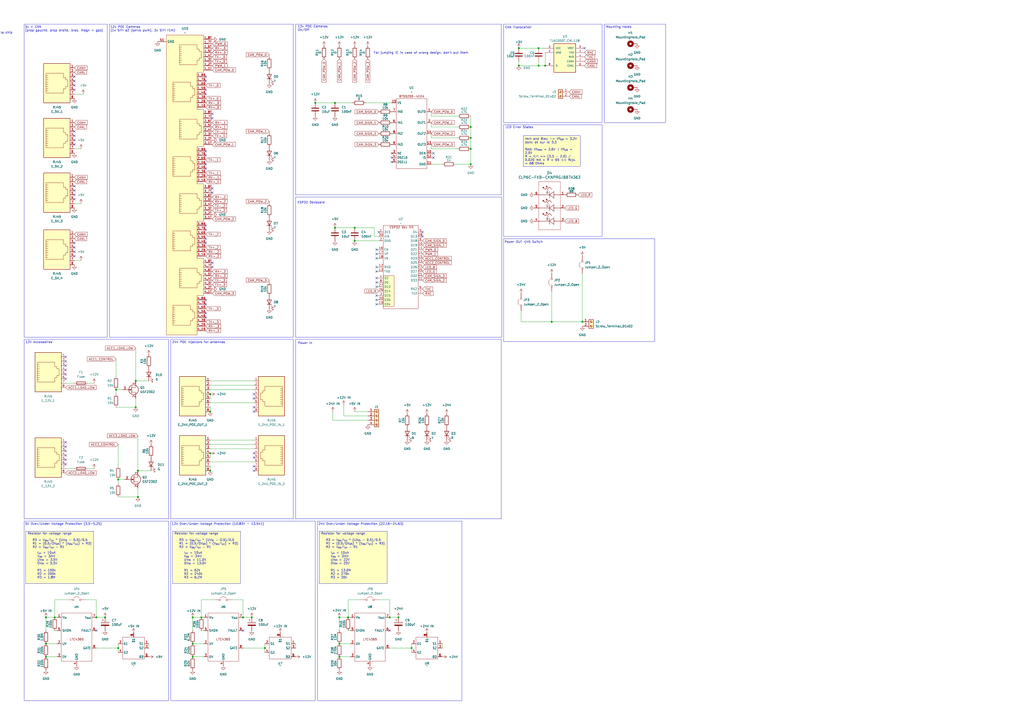
<source format=kicad_sch>
(kicad_sch (version 20231120) (generator "eeschema") (generator_version "8.0")
  (paper "A2")
  (junction (at 116.84 358.14))
  (junction (at 60.96 358.14))
  (junction (at 153.67 375.92))
  (junction (at 67.31 226.06))
  (junction (at 194.31 132.08))
  (junction (at 111.76 358.14))
  (junction (at 196.85 373.38))
  (junction (at 196.85 381))
  (junction (at 121.92 228.6))
  (junction (at 26.67 358.14))
  (junction (at 312.42 38.1))
  (junction (at 337.82 186.69))
  (junction (at 196.85 358.14))
  (junction (at 273.05 95.25))
  (junction (at 121.92 262.89))
  (junction (at 68.58 278.13))
  (junction (at 121.92 238.76))
  (junction (at 80.01 288.29))
  (junction (at 273.05 86.36))
  (junction (at 238.76 375.92))
  (junction (at 146.05 358.14))
  (junction (at 205.74 139.7))
  (junction (at 111.76 373.38))
  (junction (at 26.67 381))
  (junction (at 140.97 358.14))
  (junction (at 205.74 132.08))
  (junction (at 231.14 358.14))
  (junction (at 320.04 186.69))
  (junction (at 300.99 27.94))
  (junction (at 201.93 358.14))
  (junction (at 273.05 80.01))
  (junction (at 312.42 27.94))
  (junction (at 300.99 38.1))
  (junction (at 273.05 73.66))
  (junction (at 80.01 273.05))
  (junction (at 226.06 358.14))
  (junction (at 68.58 375.92))
  (junction (at 182.88 59.69))
  (junction (at 31.75 358.14))
  (junction (at 26.67 373.38))
  (junction (at 78.74 220.98))
  (junction (at 78.74 236.22))
  (junction (at 121.92 273.05))
  (junction (at 55.88 358.14))
  (junction (at 111.76 381))
  (junction (at 316.23 38.1))
  (junction (at 194.31 59.69))
  (no_connect (at 218.44 166.37))
  (no_connect (at 123.19 66.04))
  (no_connect (at 251.46 88.9))
  (no_connect (at 43.18 46.99))
  (no_connect (at 227.33 93.98))
  (no_connect (at 38.1 219.71))
  (no_connect (at 43.18 83.82))
  (no_connect (at 119.38 90.17))
  (no_connect (at 123.19 109.22))
  (no_connect (at 123.19 111.76))
  (no_connect (at 218.44 144.78))
  (no_connect (at 38.1 256.54))
  (no_connect (at 119.38 130.81))
  (no_connect (at 119.38 44.45))
  (no_connect (at 38.1 207.01))
  (no_connect (at 38.1 264.16))
  (no_connect (at 147.32 273.05))
  (no_connect (at 251.46 91.44))
  (no_connect (at 123.19 152.4))
  (no_connect (at 245.11 137.16))
  (no_connect (at 218.44 176.53))
  (no_connect (at 43.18 146.05))
  (no_connect (at 38.1 266.7))
  (no_connect (at 43.18 115.57))
  (no_connect (at 43.18 49.53))
  (no_connect (at 119.38 46.99))
  (no_connect (at 43.18 143.51))
  (no_connect (at 339.09 27.94))
  (no_connect (at 226.06 365.76))
  (no_connect (at 43.18 78.74))
  (no_connect (at 219.71 134.62))
  (no_connect (at 147.32 270.51))
  (no_connect (at 43.18 148.59))
  (no_connect (at 218.44 161.29))
  (no_connect (at 38.1 212.09))
  (no_connect (at 218.44 171.45))
  (no_connect (at 140.97 365.76))
  (no_connect (at 38.1 209.55))
  (no_connect (at 147.32 238.76))
  (no_connect (at 147.32 231.14))
  (no_connect (at 218.44 163.83))
  (no_connect (at 218.44 173.99))
  (no_connect (at 119.38 54.61))
  (no_connect (at 43.18 113.03))
  (no_connect (at 147.32 228.6))
  (no_connect (at 43.18 110.49))
  (no_connect (at 119.38 97.79))
  (no_connect (at 38.1 217.17))
  (no_connect (at 218.44 154.94))
  (no_connect (at 43.18 76.2))
  (no_connect (at 119.38 133.35))
  (no_connect (at 227.33 91.44))
  (no_connect (at 43.18 81.28))
  (no_connect (at 55.88 365.76))
  (no_connect (at 43.18 140.97))
  (no_connect (at 119.38 184.15))
  (no_connect (at 119.38 138.43))
  (no_connect (at 119.38 176.53))
  (no_connect (at 38.1 259.08))
  (no_connect (at 119.38 52.07))
  (no_connect (at 43.18 52.07))
  (no_connect (at 245.11 134.62))
  (no_connect (at 218.44 157.48))
  (no_connect (at 119.38 87.63))
  (no_connect (at 43.18 107.95))
  (no_connect (at 119.38 140.97))
  (no_connect (at 38.1 214.63))
  (no_connect (at 38.1 261.62))
  (no_connect (at 43.18 44.45))
  (no_connect (at 123.19 154.94))
  (no_connect (at 38.1 269.24))
  (no_connect (at 147.32 236.22))
  (no_connect (at 218.44 149.86))
  (no_connect (at 147.32 265.43))
  (no_connect (at 123.19 68.58))
  (no_connect (at 119.38 181.61))
  (no_connect (at 119.38 95.25))
  (no_connect (at 218.44 147.32))
  (no_connect (at 119.38 173.99))
  (no_connect (at 147.32 262.89))
  (wire (pts (xy 121.92 223.52) (xy 147.32 223.52)))
  (wire (pts (xy 256.54 95.25) (xy 250.19 95.25)))
  (wire (pts (xy 218.44 173.99) (xy 219.71 173.99)))
  (wire (pts (xy 121.92 262.89) (xy 121.92 265.43)))
  (wire (pts (xy 196.85 381) (xy 203.2 381)))
  (wire (pts (xy 86.36 373.38) (xy 86.36 375.92)))
  (wire (pts (xy 140.97 375.92) (xy 153.67 375.92)))
  (wire (pts (xy 153.67 375.92) (xy 153.67 378.46)))
  (wire (pts (xy 265.43 67.31) (xy 250.19 67.31)))
  (wire (pts (xy 204.47 59.69) (xy 194.31 59.69)))
  (wire (pts (xy 196.85 373.38) (xy 203.2 373.38)))
  (wire (pts (xy 121.92 226.06) (xy 147.32 226.06)))
  (wire (pts (xy 78.74 231.14) (xy 78.74 236.22)))
  (wire (pts (xy 265.43 73.66) (xy 250.19 73.66)))
  (wire (pts (xy 226.06 347.98) (xy 226.06 358.14)))
  (wire (pts (xy 218.44 149.86) (xy 219.71 149.86)))
  (wire (pts (xy 26.67 365.76) (xy 26.67 358.14)))
  (wire (pts (xy 111.76 365.76) (xy 111.76 358.14)))
  (wire (pts (xy 196.85 365.76) (xy 196.85 358.14)))
  (wire (pts (xy 218.44 154.94) (xy 219.71 154.94)))
  (wire (pts (xy 251.46 91.44) (xy 250.19 91.44)))
  (wire (pts (xy 182.88 59.69) (xy 194.31 59.69)))
  (wire (pts (xy 273.05 73.66) (xy 273.05 80.01)))
  (wire (pts (xy 273.05 86.36) (xy 273.05 95.25)))
  (wire (pts (xy 199.39 234.95) (xy 199.39 241.3)))
  (wire (pts (xy 31.75 358.14) (xy 31.75 347.98)))
  (wire (pts (xy 312.42 27.94) (xy 316.23 27.94)))
  (wire (pts (xy 193.04 243.84) (xy 213.36 243.84)))
  (wire (pts (xy 251.46 88.9) (xy 250.19 88.9)))
  (wire (pts (xy 218.44 166.37) (xy 219.71 166.37)))
  (wire (pts (xy 26.67 373.38) (xy 33.02 373.38)))
  (wire (pts (xy 250.19 67.31) (xy 250.19 64.77)))
  (wire (pts (xy 121.92 255.27) (xy 147.32 255.27)))
  (wire (pts (xy 55.88 347.98) (xy 55.88 358.14)))
  (wire (pts (xy 156.21 162.56) (xy 156.21 163.83)))
  (wire (pts (xy 121.92 270.51) (xy 121.92 273.05)))
  (wire (pts (xy 218.44 176.53) (xy 219.71 176.53)))
  (wire (pts (xy 68.58 278.13) (xy 72.39 278.13)))
  (wire (pts (xy 300.99 35.56) (xy 300.99 38.1)))
  (wire (pts (xy 43.18 222.25) (xy 38.1 222.25)))
  (wire (pts (xy 302.26 186.69) (xy 320.04 186.69)))
  (wire (pts (xy 80.01 273.05) (xy 87.63 273.05)))
  (wire (pts (xy 80.01 252.73) (xy 80.01 273.05)))
  (wire (pts (xy 60.96 358.14) (xy 55.88 358.14)))
  (wire (pts (xy 250.19 73.66) (xy 250.19 71.12)))
  (wire (pts (xy 273.05 95.25) (xy 264.16 95.25)))
  (wire (pts (xy 194.31 132.08) (xy 205.74 132.08)))
  (wire (pts (xy 31.75 347.98) (xy 39.37 347.98)))
  (wire (pts (xy 250.19 80.01) (xy 250.19 77.47)))
  (wire (pts (xy 218.44 163.83) (xy 219.71 163.83)))
  (wire (pts (xy 78.74 220.98) (xy 86.36 220.98)))
  (wire (pts (xy 226.06 375.92) (xy 238.76 375.92)))
  (wire (pts (xy 50.8 222.25) (xy 54.61 222.25)))
  (wire (pts (xy 201.93 358.14) (xy 203.2 358.14)))
  (wire (pts (xy 250.19 86.36) (xy 250.19 83.82)))
  (wire (pts (xy 68.58 288.29) (xy 80.01 288.29)))
  (wire (pts (xy 316.23 30.48) (xy 316.23 38.1)))
  (wire (pts (xy 205.74 139.7) (xy 219.71 139.7)))
  (wire (pts (xy 201.93 365.76) (xy 203.2 365.76)))
  (wire (pts (xy 273.05 67.31) (xy 273.05 73.66)))
  (wire (pts (xy 231.14 358.14) (xy 226.06 358.14)))
  (wire (pts (xy 140.97 347.98) (xy 140.97 358.14)))
  (wire (pts (xy 55.88 375.92) (xy 68.58 375.92)))
  (wire (pts (xy 201.93 358.14) (xy 201.93 347.98)))
  (wire (pts (xy 121.92 267.97) (xy 147.32 267.97)))
  (wire (pts (xy 116.84 358.14) (xy 116.84 347.98)))
  (wire (pts (xy 219.71 347.98) (xy 226.06 347.98)))
  (wire (pts (xy 205.74 132.08) (xy 217.17 132.08)))
  (wire (pts (xy 171.45 373.38) (xy 171.45 375.92)))
  (wire (pts (xy 312.42 35.56) (xy 312.42 38.1)))
  (wire (pts (xy 121.92 220.98) (xy 147.32 220.98)))
  (wire (pts (xy 121.92 228.6) (xy 121.92 231.14)))
  (wire (pts (xy 111.76 381) (xy 118.11 381)))
  (wire (pts (xy 156.21 31.75) (xy 156.21 33.02)))
  (wire (pts (xy 49.53 347.98) (xy 55.88 347.98)))
  (wire (pts (xy 111.76 358.14) (xy 116.84 358.14)))
  (wire (pts (xy 300.99 27.94) (xy 312.42 27.94)))
  (wire (pts (xy 201.93 347.98) (xy 209.55 347.98)))
  (wire (pts (xy 153.67 373.38) (xy 153.67 375.92)))
  (wire (pts (xy 205.74 238.76) (xy 213.36 238.76)))
  (wire (pts (xy 68.58 278.13) (xy 68.58 280.67)))
  (wire (pts (xy 196.85 358.14) (xy 201.93 358.14)))
  (wire (pts (xy 218.44 144.78) (xy 219.71 144.78)))
  (wire (pts (xy 31.75 365.76) (xy 33.02 365.76)))
  (wire (pts (xy 302.26 180.34) (xy 302.26 186.69)))
  (wire (pts (xy 265.43 80.01) (xy 250.19 80.01)))
  (wire (pts (xy 67.31 226.06) (xy 67.31 228.6)))
  (wire (pts (xy 156.21 76.2) (xy 156.21 77.47)))
  (wire (pts (xy 116.84 358.14) (xy 118.11 358.14)))
  (wire (pts (xy 218.44 147.32) (xy 219.71 147.32)))
  (wire (pts (xy 43.18 151.13) (xy 46.99 151.13)))
  (wire (pts (xy 312.42 38.1) (xy 316.23 38.1)))
  (wire (pts (xy 199.39 241.3) (xy 213.36 241.3)))
  (wire (pts (xy 68.58 373.38) (xy 68.58 375.92)))
  (wire (pts (xy 320.04 186.69) (xy 337.82 186.69)))
  (wire (pts (xy 50.8 271.78) (xy 54.61 271.78)))
  (wire (pts (xy 121.92 257.81) (xy 147.32 257.81)))
  (wire (pts (xy 217.17 137.16) (xy 219.71 137.16)))
  (wire (pts (xy 31.75 358.14) (xy 33.02 358.14)))
  (wire (pts (xy 300.99 38.1) (xy 312.42 38.1)))
  (wire (pts (xy 337.82 158.75) (xy 337.82 186.69)))
  (wire (pts (xy 116.84 347.98) (xy 124.46 347.98)))
  (wire (pts (xy 68.58 257.81) (xy 68.58 270.51)))
  (wire (pts (xy 238.76 373.38) (xy 238.76 375.92)))
  (wire (pts (xy 134.62 347.98) (xy 140.97 347.98)))
  (wire (pts (xy 78.74 201.93) (xy 78.74 220.98)))
  (wire (pts (xy 67.31 236.22) (xy 78.74 236.22)))
  (wire (pts (xy 218.44 161.29) (xy 219.71 161.29)))
  (wire (pts (xy 67.31 208.28) (xy 67.31 218.44)))
  (wire (pts (xy 26.67 358.14) (xy 31.75 358.14)))
  (wire (pts (xy 26.67 381) (xy 33.02 381)))
  (wire (pts (xy 320.04 168.91) (xy 320.04 186.69)))
  (wire (pts (xy 121.92 260.35) (xy 147.32 260.35)))
  (wire (pts (xy 146.05 358.14) (xy 140.97 358.14)))
  (wire (pts (xy 116.84 365.76) (xy 118.11 365.76)))
  (wire (pts (xy 43.18 54.61) (xy 48.26 54.61)))
  (wire (pts (xy 43.18 118.11) (xy 46.99 118.11)))
  (wire (pts (xy 121.92 233.68) (xy 147.32 233.68)))
  (wire (pts (xy 273.05 80.01) (xy 273.05 86.36)))
  (wire (pts (xy 265.43 86.36) (xy 250.19 86.36)))
  (wire (pts (xy 43.18 271.78) (xy 38.1 271.78)))
  (wire (pts (xy 218.44 171.45) (xy 219.71 171.45)))
  (wire (pts (xy 67.31 226.06) (xy 71.12 226.06)))
  (wire (pts (xy 121.92 236.22) (xy 121.92 238.76)))
  (wire (pts (xy 43.18 86.36) (xy 46.99 86.36)))
  (wire (pts (xy 238.76 375.92) (xy 238.76 378.46)))
  (wire (pts (xy 256.54 373.38) (xy 256.54 375.92)))
  (wire (pts (xy 212.09 59.69) (xy 227.33 59.69)))
  (wire (pts (xy 156.21 116.84) (xy 156.21 118.11)))
  (wire (pts (xy 111.76 373.38) (xy 118.11 373.38)))
  (wire (pts (xy 193.04 238.76) (xy 193.04 243.84)))
  (wire (pts (xy 80.01 283.21) (xy 80.01 288.29)))
  (wire (pts (xy 218.44 157.48) (xy 219.71 157.48)))
  (wire (pts (xy 68.58 375.92) (xy 68.58 378.46)))
  (wire (pts (xy 217.17 132.08) (xy 217.17 137.16)))
  (rectangle (start 350.52 13.97) (end 386.08 71.12))
  (rectangle (start 13.97 13.97) (end 62.23 195.58))
  (rectangle (start 99.06 302.26) (end 182.88 406.4))
  (rectangle (start 13.97 196.85) (end 97.79 300.99))
  (rectangle (start 184.15 302.26) (end 267.97 406.4))
  (rectangle (start 292.1 138.43) (end 379.73 198.12))
  (rectangle (start 13.97 302.26) (end 97.79 406.4))
  (rectangle (start 171.45 13.97) (end 290.83 113.03))
  (rectangle (start 292.1 72.39) (end 349.25 137.16))
  (rectangle (start 99.06 196.85) (end 170.18 300.99))
  (rectangle (start 171.45 196.85) (end 290.83 300.99))
  (rectangle (start 292.1 13.97) (end 349.25 71.12))
  (rectangle (start 63.5 13.97) (end 170.18 195.58))
  (rectangle (start 171.45 114.3) (end 291.084 195.58))
  (text_box "" (at 185.166 308.102 0) (size 39.37 30.48) (fill (type color) (color 255 255 194 1)) (effects (font (size 1.27 1.27)) (justify left top)))
  (text_box "Vert and Bleu -> Vf_{typ} = 3.2V donc ok sur le 3.3\n\nRed: Vf_{max} = 2.6V | Vf_{typ} = 2.0V\nR = V/I => (3.3 - 2.0) / 0.020 mA = R = 65 => R_{E24} = 68 Ohms\n" (at 303.53 78.74 0) (size 33.02 17.78) (fill (type color) (color 255 255 194 1)) (effects (font (size 1.27 1.27)) (justify left top)))
  (text_box "" (at 14.986 308.102 0) (size 39.37 30.48) (fill (type color) (color 255 255 194 1)) (effects (font (size 1.27 1.27)) (justify left top)))
  (text_box "" (at 100.076 308.102 0) (size 39.37 30.48) (fill (type color) (color 255 255 194 1)) (effects (font (size 1.27 1.27)) (justify left top)))
  (text "5V Over/Under Voltage Protection (3.5-5.25)\n" (at 14.478 304.038 0) (effects (font (size 1.27 1.27)) (justify left)))
  (text "Mounting Holes" (at 358.902 15.748 0) (effects (font (size 1.27 1.27))))
  (text "CAN Transceiver" (at 292.862 16.002 0) (effects (font (size 1.27 1.27)) (justify left)))
  (text "R3 = V_{os}/I_{uv} * (UV_{th} - 0.5)/0.5\nR1 = (0.5/OV_{oh}) * (V_{os}/I_{uv}) + R3)\nR2 = V_{os}/I_{uv} - R1" (at 18.796 312.674 0) (effects (font (size 1.27 1.27)) (justify left top)))
  (text "LED Error States" (at 301.244 73.914 0) (effects (font (size 1.27 1.27))))
  (text "24V Over/Under Voltage Protection (22.16-24.63)\n" (at 184.658 304.038 0) (effects (font (size 1.27 1.27)) (justify left)))
  (text "Power in" (at 172.72 199.136 0) (effects (font (size 1.27 1.27)) (justify left)))
  (text "24V POE Injectors for antennas" (at 99.822 198.628 0) (effects (font (size 1.27 1.27)) (justify left)))
  (text "12V Over/Under Voltage Protection (10.83V - 13.541)" (at 99.568 304.038 0) (effects (font (size 1.27 1.27)) (justify left)))
  (text "Screw terminal faire le bon footprint!! \n3x (le bon nb)\nPackage Infinion watcher plate en dessous de la chip" (at -45.72 17.018 0) (effects (font (size 1.27 1.27)) (justify left)))
  (text "Resistor for voltage range" (at 101.092 308.864 0) (effects (font (size 1.27 1.27)) (justify left top)))
  (text "12v POE Cameras\n(1x SIYI a2 (servo pwm), 3x SIYI r1m)" (at 64.008 16.764 0) (effects (font (size 1.27 1.27)) (justify left)))
  (text "I_{uv} = 10uA\nV_{os} = 3mV\nUV_{th} = 11.0V\nOV_{th} = 13.0V\n\nR1 = 62k\nR2 = 240k\nR3 = 6.2M" (at 106.68 320.04 0) (effects (font (size 1.27 1.27)) (justify left top)))
  (text "R3 = V_{os}/I_{uv} * (UV_{th} - 0.5)/0.5\nR1 = (0.5/OV_{oh}) * (V_{os}/I_{uv}) + R3)\nR2 = V_{os}/I_{uv} - R1" (at 103.886 312.674 0) (effects (font (size 1.27 1.27)) (justify left top)))
  (text "Resistor for voltage range" (at 16.002 308.864 0) (effects (font (size 1.27 1.27)) (justify left top)))
  (text "Power OUT rj45 Switch" (at 292.608 140.462 0) (effects (font (size 1.27 1.27)) (justify left)))
  (text "5v + CAN\n(prop gauche, prop droite, bras, magn + gps)" (at 14.478 16.764 0) (effects (font (size 1.27 1.27)) (justify left)))
  (text "For jumping IC in case of wrong design, don't put them" (at 216.662 30.734 0) (effects (font (size 1.27 1.27)) (justify left)))
  (text "12V Accessoires" (at 14.732 198.628 0) (effects (font (size 1.27 1.27)) (justify left)))
  (text "Resistor for voltage range" (at 186.182 308.864 0) (effects (font (size 1.27 1.27)) (justify left top)))
  (text "I_{uv} = 10uA\nV_{os} = 3mV\nUV_{th} = 22V\nOV_{th} = 25V\n\nR1 = 13.0M\nR2 = 270k\nR3 = 30k" (at 191.77 320.04 0) (effects (font (size 1.27 1.27)) (justify left top)))
  (text "R3 = V_{os}/I_{uv} * (UV_{th} - 0.5)/0.5\nR1 = (0.5/OV_{oh}) * (V_{os}/I_{uv}) + R3)\nR2 = V_{os}/I_{uv} - R1" (at 188.976 312.674 0) (effects (font (size 1.27 1.27)) (justify left top)))
  (text "12v POE Cameras\nOn/Off" (at 172.72 16.51 0) (effects (font (size 1.27 1.27)) (justify left)))
  (text "I_{uv} = 10uA\nV_{os} = 3mV\nUV_{th} = 3.5V\nOV_{th} = 5.5V\n\nR1 = 100k\nR2 = 200k \nR3 = 1.8M" (at 21.59 320.04 0) (effects (font (size 1.27 1.27)) (justify left top)))
  (text "ESP32 Devboard" (at 172.466 117.602 0) (effects (font (size 1.27 1.27)) (justify left)))
  (global_label "TX-_3" (shape input) (at 119.38 179.07 0) (property "Intersheetrefs" "${INTERSHEET_REFS}" (effects (hide yes))))
  (global_label "CANH" (shape input) (at 330.2 53.34 0) (property "Intersheetrefs" "${INTERSHEET_REFS}" (effects (hide yes))))
  (global_label "ACC2_CONTROL" (shape input) (at 68.58 257.81 180) (property "Intersheetrefs" "${INTERSHEET_REFS}" (effects (hide yes))))
  (global_label "CAM_POW_0" (shape input) (at 250.19 64.77 0) (property "Intersheetrefs" "${INTERSHEET_REFS}" (effects (hide yes))))
  (global_label "CAM_POW_3" (shape input) (at 156.21 162.56 180) (property "Intersheetrefs" "${INTERSHEET_REFS}" (effects (hide yes))))
  (global_label "CAM_POW_2" (shape input) (at 250.19 77.47 0) (property "Intersheetrefs" "${INTERSHEET_REFS}" (effects (hide yes))))
  (global_label "CAM_POW_1" (shape input) (at 156.21 76.2 180) (property "Intersheetrefs" "${INTERSHEET_REFS}" (effects (hide yes))))
  (global_label "CANH" (shape input) (at 43.18 71.12 0) (property "Intersheetrefs" "${INTERSHEET_REFS}" (effects (hide yes))))
  (global_label "RXC" (shape input) (at 245.11 170.18 0) (property "Intersheetrefs" "${INTERSHEET_REFS}" (effects (hide yes))))
  (global_label "CAM_POW_2" (shape input) (at 123.19 127 0) (property "Intersheetrefs" "${INTERSHEET_REFS}" (effects (hide yes))))
  (global_label "LED_G" (shape input) (at 327.66 120.65 0) (property "Intersheetrefs" "${INTERSHEET_REFS}" (effects (hide yes))))
  (global_label "CAM_SIGN_0" (shape input) (at 245.11 139.7 0) (property "Intersheetrefs" "${INTERSHEET_REFS}" (effects (hide yes))))
  (global_label "CAM_SIGN_3" (shape input) (at 219.71 83.82 180) (property "Intersheetrefs" "${INTERSHEET_REFS}" (effects (hide yes))))
  (global_label "RX+_1" (shape input) (at 123.19 73.66 0) (property "Intersheetrefs" "${INTERSHEET_REFS}" (effects (hide yes))))
  (global_label "TX-_1" (shape input) (at 123.19 76.2 0) (property "Intersheetrefs" "${INTERSHEET_REFS}" (effects (hide yes))))
  (global_label "CANL" (shape input) (at 43.18 105.41 0) (property "Intersheetrefs" "${INTERSHEET_REFS}" (effects (hide yes))))
  (global_label "TX-_1" (shape input) (at 119.38 92.71 0) (property "Intersheetrefs" "${INTERSHEET_REFS}" (effects (hide yes))))
  (global_label "PWM_1" (shape input) (at 245.11 147.32 0) (property "Intersheetrefs" "${INTERSHEET_REFS}" (effects (hide yes))))
  (global_label "CAM_POW_3" (shape input) (at 123.19 170.18 0) (property "Intersheetrefs" "${INTERSHEET_REFS}" (effects (hide yes))))
  (global_label "CAM_POW_0" (shape input) (at 123.19 40.64 0) (property "Intersheetrefs" "${INTERSHEET_REFS}" (effects (hide yes))))
  (global_label "CANH" (shape input) (at 43.18 135.89 0) (property "Intersheetrefs" "${INTERSHEET_REFS}" (effects (hide yes))))
  (global_label "CAM_POW_2" (shape input) (at 205.74 34.29 270) (property "Intersheetrefs" "${INTERSHEET_REFS}" (effects (hide yes))))
  (global_label "TX-_2" (shape input) (at 119.38 135.89 0) (property "Intersheetrefs" "${INTERSHEET_REFS}" (effects (hide yes))))
  (global_label "RX-_3" (shape input) (at 119.38 189.23 0) (property "Intersheetrefs" "${INTERSHEET_REFS}" (effects (hide yes))))
  (global_label "TX+_2" (shape input) (at 119.38 143.51 0) (property "Intersheetrefs" "${INTERSHEET_REFS}" (effects (hide yes))))
  (global_label "RX-_0" (shape input) (at 123.19 27.94 0) (property "Intersheetrefs" "${INTERSHEET_REFS}" (effects (hide yes))))
  (global_label "CAM_POW_1" (shape input) (at 250.19 71.12 0) (property "Intersheetrefs" "${INTERSHEET_REFS}" (effects (hide yes))))
  (global_label "CAM_POW_3" (shape input) (at 250.19 83.82 0) (property "Intersheetrefs" "${INTERSHEET_REFS}" (effects (hide yes))))
  (global_label "CAM_POW_2" (shape input) (at 156.21 116.84 180) (property "Intersheetrefs" "${INTERSHEET_REFS}" (effects (hide yes))))
  (global_label "RX-_1" (shape input) (at 119.38 102.87 0) (property "Intersheetrefs" "${INTERSHEET_REFS}" (effects (hide yes))))
  (global_label "CAM_SIGN_1" (shape input) (at 245.11 142.24 0) (property "Intersheetrefs" "${INTERSHEET_REFS}" (effects (hide yes))))
  (global_label "LED_B" (shape input) (at 327.66 128.27 0) (property "Intersheetrefs" "${INTERSHEET_REFS}" (effects (hide yes))))
  (global_label "CAM_SIGN_1" (shape input) (at 219.71 71.12 180) (property "Intersheetrefs" "${INTERSHEET_REFS}" (effects (hide yes))))
  (global_label "RX-_3" (shape input) (at 123.19 157.48 0) (property "Intersheetrefs" "${INTERSHEET_REFS}" (effects (hide yes))))
  (global_label "CANL" (shape input) (at 339.09 38.1 0) (property "Intersheetrefs" "${INTERSHEET_REFS}" (effects (hide yes))))
  (global_label "ACC1_CONTROL" (shape input) (at 67.31 208.28 180) (property "Intersheetrefs" "${INTERSHEET_REFS}" (effects (hide yes))))
  (global_label "LED_R" (shape input) (at 219.71 168.91 180) (property "Intersheetrefs" "${INTERSHEET_REFS}" (effects (hide yes))))
  (global_label "CAM_SIGN_2" (shape input) (at 219.71 77.47 180) (property "Intersheetrefs" "${INTERSHEET_REFS}" (effects (hide yes))))
  (global_label "TX+_0" (shape input) (at 119.38 57.15 0) (property "Intersheetrefs" "${INTERSHEET_REFS}" (effects (hide yes))))
  (global_label "TX-_3" (shape input) (at 123.19 162.56 0) (property "Intersheetrefs" "${INTERSHEET_REFS}" (effects (hide yes))))
  (global_label "RX-_0" (shape input) (at 119.38 59.69 0) (property "Intersheetrefs" "${INTERSHEET_REFS}" (effects (hide yes))))
  (global_label "LED_R" (shape input) (at 335.28 113.03 0) (property "Intersheetrefs" "${INTERSHEET_REFS}" (effects (hide yes))))
  (global_label "CAM_SIGN_2" (shape input) (at 245.11 162.56 0) (property "Intersheetrefs" "${INTERSHEET_REFS}" (effects (hide yes))))
  (global_label "CAM_POW_0" (shape input) (at 156.21 31.75 180) (property "Intersheetrefs" "${INTERSHEET_REFS}" (effects (hide yes))))
  (global_label "RX+_2" (shape input) (at 123.19 116.84 0) (property "Intersheetrefs" "${INTERSHEET_REFS}" (effects (hide yes))))
  (global_label "ACC1_CONTROL" (shape input) (at 245.11 149.86 0) (property "Intersheetrefs" "${INTERSHEET_REFS}" (effects (hide yes))))
  (global_label "CAM_SIGN_0" (shape input) (at 219.71 64.77 180) (property "Intersheetrefs" "${INTERSHEET_REFS}" (effects (hide yes))))
  (global_label "TX-_2" (shape input) (at 123.19 119.38 0) (property "Intersheetrefs" "${INTERSHEET_REFS}" (effects (hide yes))))
  (global_label "RX+_2" (shape input) (at 119.38 148.59 0) (property "Intersheetrefs" "${INTERSHEET_REFS}" (effects (hide yes))))
  (global_label "PWM_0" (shape input) (at 245.11 144.78 0) (property "Intersheetrefs" "${INTERSHEET_REFS}" (effects (hide yes))))
  (global_label "CAM_POW_3" (shape input) (at 213.36 34.29 270) (property "Intersheetrefs" "${INTERSHEET_REFS}" (effects (hide yes))))
  (global_label "CAM_SIGN_3" (shape input) (at 245.11 160.02 0) (property "Intersheetrefs" "${INTERSHEET_REFS}" (effects (hide yes))))
  (global_label "TX+_0" (shape input) (at 123.19 35.56 0) (property "Intersheetrefs" "${INTERSHEET_REFS}" (effects (hide yes))))
  (global_label "RXC" (shape input) (at 339.09 30.48 0) (property "Intersheetrefs" "${INTERSHEET_REFS}" (effects (hide yes))))
  (global_label "RX+_3" (shape input) (at 123.19 160.02 0) (property "Intersheetrefs" "${INTERSHEET_REFS}" (effects (hide yes))))
  (global_label "TXC" (shape input) (at 339.09 33.02 0) (property "Intersheetrefs" "${INTERSHEET_REFS}" (effects (hide yes))))
  (global_label "TX+_2" (shape input) (at 123.19 121.92 0) (property "Intersheetrefs" "${INTERSHEET_REFS}" (effects (hide yes))))
  (global_label "TX+_3" (shape input) (at 123.19 165.1 0) (property "Intersheetrefs" "${INTERSHEET_REFS}" (effects (hide yes))))
  (global_label "RX-_1" (shape input) (at 123.19 71.12 0) (property "Intersheetrefs" "${INTERSHEET_REFS}" (effects (hide yes))))
  (global_label "RX-_2" (shape input) (at 119.38 146.05 0) (property "Intersheetrefs" "${INTERSHEET_REFS}" (effects (hide yes))))
  (global_label "CANL" (shape input) (at 43.18 138.43 0) (property "Intersheetrefs" "${INTERSHEET_REFS}" (effects (hide yes))))
  (global_label "RX+_0" (shape input) (at 123.19 30.48 0) (property "Intersheetrefs" "${INTERSHEET_REFS}" (effects (hide yes))))
  (global_label "TXC" (shape input) (at 245.11 167.64 0) (property "Intersheetrefs" "${INTERSHEET_REFS}" (effects (hide yes))))
  (global_label "CANL" (shape input) (at 43.18 41.91 0) (property "Intersheetrefs" "${INTERSHEET_REFS}" (effects (hide yes))))
  (global_label "TX+_3" (shape input) (at 119.38 186.69 0) (property "Intersheetrefs" "${INTERSHEET_REFS}" (effects (hide yes))))
  (global_label "RX+_1" (shape input) (at 119.38 105.41 0) (property "Intersheetrefs" "${INTERSHEET_REFS}" (effects (hide yes))))
  (global_label "CAM_POW_1" (shape input) (at 123.19 83.82 0) (property "Intersheetrefs" "${INTERSHEET_REFS}" (effects (hide yes))))
  (global_label "RX-_2" (shape input) (at 123.19 114.3 0) (property "Intersheetrefs" "${INTERSHEET_REFS}" (effects (hide yes))))
  (global_label "CANL" (shape input) (at 43.18 73.66 0) (property "Intersheetrefs" "${INTERSHEET_REFS}" (effects (hide yes))))
  (global_label "TX+_1" (shape input) (at 123.19 78.74 0) (property "Intersheetrefs" "${INTERSHEET_REFS}" (effects (hide yes))))
  (global_label "RX+_3" (shape input) (at 119.38 191.77 0) (property "Intersheetrefs" "${INTERSHEET_REFS}" (effects (hide yes))))
  (global_label "PWM_0" (shape input) (at 123.19 25.4 0) (property "Intersheetrefs" "${INTERSHEET_REFS}" (effects (hide yes))))
  (global_label "CANH" (shape input) (at 43.18 102.87 0) (property "Intersheetrefs" "${INTERSHEET_REFS}" (effects (hide yes))))
  (global_label "ACC1_LOAD_LOW" (shape input) (at 38.1 224.79 0) (property "Intersheetrefs" "${INTERSHEET_REFS}" (effects (hide yes))))
  (global_label "ACC2_LOAD_LOW" (shape input) (at 80.01 252.73 180) (property "Intersheetrefs" "${INTERSHEET_REFS}" (effects (hide yes))))
  (global_label "TX-_0" (shape input) (at 123.19 33.02 0) (property "Intersheetrefs" "${INTERSHEET_REFS}" (effects (hide yes))))
  (global_label "PWM_1" (shape input) (at 123.19 38.1 0) (property "Intersheetrefs" "${INTERSHEET_REFS}" (effects (hide yes))))
  (global_label "ACC2_CONTROL" (shape input) (at 245.11 152.4 0) (property "Intersheetrefs" "${INTERSHEET_REFS}" (effects (hide yes))))
  (global_label "TX+_1" (shape input) (at 119.38 100.33 0) (property "Intersheetrefs" "${INTERSHEET_REFS}" (effects (hide yes))))
  (global_label "CANH" (shape input) (at 43.18 39.37 0) (property "Intersheetrefs" "${INTERSHEET_REFS}" (effects (hide yes))))
  (global_label "CAM_POW_0" (shape input) (at 187.96 34.29 270) (property "Intersheetrefs" "${INTERSHEET_REFS}" (effects (hide yes))))
  (global_label "ACC2_LOAD_LOW" (shape input) (at 38.1 274.32 0) (property "Intersheetrefs" "${INTERSHEET_REFS}" (effects (hide yes))))
  (global_label "ACC1_LOAD_LOW" (shape input) (at 78.74 201.93 180) (property "Intersheetrefs" "${INTERSHEET_REFS}" (effects (hide yes))))
  (global_label "CANH" (shape input) (at 339.09 35.56 0) (property "Intersheetrefs" "${INTERSHEET_REFS}" (effects (hide yes))))
  (global_label "CANL" (shape input) (at 330.2 55.88 0) (property "Intersheetrefs" "${INTERSHEET_REFS}" (effects (hide yes))))
  (global_label "LED_B" (shape input) (at 245.11 154.94 0) (property "Intersheetrefs" "${INTERSHEET_REFS}" (effects (hide yes))))
  (global_label "TX-_0" (shape input) (at 119.38 49.53 0) (property "Intersheetrefs" "${INTERSHEET_REFS}" (effects (hide yes))))
  (global_label "RX+_0" (shape input) (at 119.38 62.23 0) (property "Intersheetrefs" "${INTERSHEET_REFS}" (effects (hide yes))))
  (global_label "LED_G" (shape input) (at 245.11 157.48 0) (property "Intersheetrefs" "${INTERSHEET_REFS}" (effects (hide yes))))
  (global_label "CAM_POW_1" (shape input) (at 196.85 34.29 270) (property "Intersheetrefs" "${INTERSHEET_REFS}" (effects (hide yes))))
  (symbol (lib_id "power:+5V") (at 247.65 367.03 0) (mirror y) (unit 1)
    (property "Reference" "#PWR079" (effects (hide yes)))
    (property "Value" "+24V IN" (at 247.65 363.22 0))
    (property "Description" "Power symbol creates a global label with name \"+5V\"" (effects (hide yes)))
  )
  (symbol (lib_id "Connector:RJ45") (at 27.94 264.16 0) (mirror x) (unit 1)
    (property "Reference" "E_12V_2" (at 27.94 281.94 0))
    (property "Value" "RJ45" (at 27.94 279.4 0))
    (property "Footprint" "54601-908WPLF:AMPHENOL_54601-908WPLF" (effects (hide yes)))
    (property "Description" "RJ connector, 8P8C (8 positions 8 connected)" (effects (hide yes)))
  )
  (symbol (lib_id "Device:R") (at 87.63 261.62 180) (unit 1)
    (property "Reference" "R6" (at 83.566 261.62 90))
    (property "Value" "10k" (at 85.344 261.62 90))
    (property "Footprint" "Resistor_SMD:R_0805_2012Metric_Pad1.20x1.40mm_HandSolder" (effects (hide yes)))
    (property "Description" "Resistor" (effects (hide yes)))
  )
  (symbol (lib_id "power:GND") (at 194.31 67.31 0) (mirror y) (unit 1)
    (property "Reference" "#PWR040" (effects (hide yes)))
    (property "Value" "GND" (at 194.31 72.39 0))
    (property "Description" "Power symbol creates a global label with name \"GND\" , ground" (effects (hide yes)))
  )
  (symbol (lib_id "Device:R") (at 196.85 384.81 180) (unit 1)
    (property "Reference" "R39" (at 192.786 384.81 90))
    (property "Value" "30k" (at 194.564 384.81 90))
    (property "Footprint" "Resistor_SMD:R_0805_2012Metric_Pad1.20x1.40mm_HandSolder" (effects (hide yes)))
    (property "Description" "Resistor" (effects (hide yes)))
  )
  (symbol (lib_id "power:+5V") (at 231.14 358.14 0) (mirror y) (unit 1)
    (property "Reference" "#PWR077" (effects (hide yes)))
    (property "Value" "+24V" (at 231.14 353.06 0))
    (property "Description" "Power symbol creates a global label with name \"+5V\"" (effects (hide yes)))
  )
  (symbol (lib_id "Device:C_Polarized") (at 146.05 361.95 0) (unit 1)
    (property "Reference" "C8" (at 149.86 359.7909 0) (effects (justify left)))
    (property "Value" "100uF" (at 149.86 362.3309 0) (effects (justify left)))
    (property "Footprint" "Capacitor_THT:CP_Radial_D5.0mm_P2.00mm" (effects (hide yes)))
    (property "Description" "Polarized capacitor" (effects (hide yes)))
  )
  (symbol (lib_id "power:GND") (at 156.21 179.07 0) (mirror y) (unit 1)
    (property "Reference" "#PWR050" (effects (hide yes)))
    (property "Value" "GND" (at 156.21 184.15 0))
    (property "Description" "Power symbol creates a global label with name \"GND\" , ground" (effects (hide yes)))
  )
  (symbol (lib_id "Device:R") (at 68.58 274.32 0) (unit 1)
    (property "Reference" "R4" (at 63.5 273.05 0) (effects (justify left)))
    (property "Value" "10k" (at 63.5 275.59 0) (effects (justify left)))
    (property "Footprint" "Resistor_SMD:R_0805_2012Metric_Pad1.20x1.40mm_HandSolder" (effects (hide yes)))
    (property "Description" "Resistor" (effects (hide yes)))
  )
  (symbol (lib_id "Custom:DMG4822SSD") (at 77.47 363.22 0) (unit 1)
    (property "Reference" "U5" (at 77.47 384.81 0))
    (property "Value" "~" (at 77.47 386.08 0))
    (property "Footprint" "Custom:SOIC-8-1EP_3.9x4.9mm_P1.27mm_hand_solder" (effects (hide yes)))
    (property "Description" "DMG4822ssd" (effects (hide yes)))
  )
  (symbol (lib_id "power:+12V") (at 54.61 271.78 0) (mirror y) (unit 1)
    (property "Reference" "#PWR056" (effects (hide yes)))
    (property "Value" "+12V" (at 54.61 266.7 0))
    (property "Description" "Power symbol creates a global label with name \"+12V\"" (effects (hide yes)))
  )
  (symbol (lib_id "Jumper:Jumper_2_Open") (at 320.04 163.83 90) (unit 1) (exclude_from_sim yes)
    (property "Reference" "JP2" (at 321.31 162.5599 90) (effects (justify right)))
    (property "Value" "Jumper_2_Open" (at 321.31 165.0999 90) (effects (justify right)))
    (property "Footprint" "Connector_PinHeader_2.54mm:PinHeader_1x02_P2.54mm_Vertical" (effects (hide yes)))
    (property "Description" "Jumper, 2-pole, open" (effects (hide yes)))
  )
  (symbol (lib_id "Device:R") (at 223.52 64.77 90) (unit 1)
    (property "Reference" "R8" (at 223.52 60.706 90))
    (property "Value" "10k" (at 223.52 62.484 90))
    (property "Footprint" "Resistor_SMD:R_0805_2012Metric_Pad1.20x1.40mm_HandSolder" (effects (hide yes)))
    (property "Description" "Resistor" (effects (hide yes)))
  )
  (symbol (lib_id "power:+12V") (at 247.65 240.03 0) (unit 1)
    (property "Reference" "#PWR036" (effects (hide yes)))
    (property "Value" "+12V" (at 247.65 234.95 0))
    (property "Description" "Power symbol creates a global label with name \"+12V\"" (effects (hide yes)))
  )
  (symbol (lib_id "power:GND") (at 194.31 139.7 0) (mirror y) (unit 1)
    (property "Reference" "#PWR043" (effects (hide yes)))
    (property "Value" "GND" (at 194.31 144.78 0))
    (property "Description" "Power symbol creates a global label with name \"GND\" , ground" (effects (hide yes)))
  )
  (symbol (lib_id "Device:C_Polarized") (at 231.14 361.95 0) (unit 1)
    (property "Reference" "C9" (at 234.95 359.7909 0) (effects (justify left)))
    (property "Value" "100uF" (at 234.95 362.3309 0) (effects (justify left)))
    (property "Footprint" "Capacitor_THT:CP_Radial_D5.0mm_P2.00mm" (effects (hide yes)))
    (property "Description" "Polarized capacitor" (effects (hide yes)))
  )
  (symbol (lib_id "power:+5V") (at 205.74 238.76 0) (mirror y) (unit 1)
    (property "Reference" "#PWR032" (effects (hide yes)))
    (property "Value" "+5V IN" (at 202.184 234.188 0) (effects (justify right)))
    (property "Description" "Power symbol creates a global label with name \"+5V\"" (effects (hide yes)))
  )
  (symbol (lib_id "Device:R") (at 269.24 67.31 90) (unit 1)
    (property "Reference" "R22" (at 269.24 63.246 90))
    (property "Value" "47k" (at 269.24 65.024 90))
    (property "Footprint" "Resistor_SMD:R_0805_2012Metric_Pad1.20x1.40mm_HandSolder" (effects (hide yes)))
    (property "Description" "Resistor" (effects (hide yes)))
  )
  (symbol (lib_id "power:+12V") (at 205.74 26.67 0) (unit 1)
    (property "Reference" "#PWR038" (effects (hide yes)))
    (property "Value" "+12V" (at 205.74 21.59 0))
    (property "Description" "Power symbol creates a global label with name \"+12V\"" (effects (hide yes)))
  )
  (symbol (lib_id "Device:R") (at 196.85 369.57 180) (unit 1)
    (property "Reference" "R37" (at 192.786 369.57 90))
    (property "Value" "13M" (at 194.564 369.57 90))
    (property "Footprint" "Resistor_SMD:R_0805_2012Metric_Pad1.20x1.40mm_HandSolder" (effects (hide yes)))
    (property "Description" "Resistor" (effects (hide yes)))
  )
  (symbol (lib_id "power:GND") (at 369.57 25.4 0) (unit 1)
    (property "Reference" "#PWR01" (effects (hide yes)))
    (property "Value" "GND" (at 369.57 30.48 0))
    (property "Description" "Power symbol creates a global label with name \"GND\" , ground" (effects (hide yes)))
  )
  (symbol (lib_id "power:+24V") (at 121.92 262.89 270) (unit 1)
    (property "Reference" "#PWR024" (effects (hide yes)))
    (property "Value" "+24V" (at 125.73 262.8899 90) (effects (justify left)))
    (property "Description" "Power symbol creates a global label with name \"+24V\"" (effects (hide yes)))
  )
  (symbol (lib_id "Transistor_FET:MMBF4391") (at 77.47 278.13 0) (unit 1)
    (property "Reference" "Q2" (at 82.55 276.8599 0) (effects (justify left)))
    (property "Value" "GSF2302" (at 82.55 279.4 0) (effects (justify left)))
    (property "Footprint" "Package_TO_SOT_SMD:SOT-23_Handsoldering" (effects (hide yes)))
    (property "Datasheet" "https://www.digikey.ca/en/products/detail/good-ark-semiconductor/SSF2302/21275290" (effects (hide yes)))
    (property "Description" "4786-SSF2302TR-ND : N-Fet 1.2v Th, 3A-10A" (effects (hide yes)))
  )
  (symbol (lib_id "Transistor_FET:MMBF4391") (at 76.2 226.06 0) (unit 1)
    (property "Reference" "Q1" (at 81.28 224.7899 0) (effects (justify left)))
    (property "Value" "GSF2302" (at 81.28 227.33 0) (effects (justify left)))
    (property "Footprint" "Package_TO_SOT_SMD:SOT-23_Handsoldering" (effects (hide yes)))
    (property "Datasheet" "https://www.digikey.ca/en/products/detail/good-ark-semiconductor/SSF2302/21275290" (effects (hide yes)))
    (property "Description" "4786-SSF2302TR-ND : N-Fet 1.2v Th, 3A-10A" (effects (hide yes)))
  )
  (symbol (lib_id "Custom:CRJ036-5-TH_2x4") (at 107.95 17.78 0) (unit 1)
    (property "Reference" "U10" (at 107.315 16.51 0))
    (property "Value" "~" (at 107.315 19.05 0))
    (property "Footprint" "CRJ036-5-TH:CUI_CRJ036-5-TH" (effects (hide yes)))
  )
  (symbol (lib_id "Custom:LTC4365") (at 44.45 350.52 0) (unit 1)
    (property "Reference" "U4" (at 44.45 352.044 0))
    (property "Value" "~" (at 44.45 351.79 0))
    (property "Footprint" "Package_TO_SOT_SMD:TSOT-23-8_HandSoldering" (effects (hide yes)))
    (property "Datasheet" "505-LTC4365CTS8#TRMPBFTR-ND" (effects (hide yes)))
  )
  (symbol (lib_id "power:GND") (at 369.57 63.5 0) (unit 1)
    (property "Reference" "#PWR08" (effects (hide yes)))
    (property "Value" "GND" (at 369.57 68.58 0))
    (property "Description" "Power symbol creates a global label with name \"GND\" , ground" (effects (hide yes)))
  )
  (symbol (lib_id "power:GND") (at 231.14 365.76 0) (mirror y) (unit 1)
    (property "Reference" "#PWR078" (effects (hide yes)))
    (property "Value" "GND" (at 231.14 370.84 0))
    (property "Description" "Power symbol creates a global label with name \"GND\" , ground" (effects (hide yes)))
  )
  (symbol (lib_id "TJA1050T_CM_118:TJA1050T_CM_118") (at 327.66 33.02 0) (unit 1)
    (property "Reference" "U3" (at 327.66 21.082 0))
    (property "Value" "TJA1050T_CM_118" (at 327.66 23.622 0))
    (property "Footprint" "TJA1050T_CM_118:SOIC127P600X175-8N" (effects (hide yes)))
    (property "PARTREV" "4" (effects (hide yes)))
    (property "STANDARD" "IPC 7351B" (effects (hide yes)))
    (property "MAXIMUM_PACKAGE_HEIGHT" "1.75 mm" (effects (hide yes)))
    (property "MANUFACTURER" "NXP USA" (effects (hide yes)))
  )
  (symbol (lib_id "Connector:Screw_Terminal_01x02") (at 325.12 53.34 0) (mirror y) (unit 1)
    (property "Reference" "J3" (at 322.58 53.3399 0) (effects (justify left)))
    (property "Value" "Screw_Terminal_01x02" (at 322.58 55.8799 0) (effects (justify left)))
    (property "Footprint" "1790335:PHOENIX_1790335_2pin" (effects (hide yes)))
    (property "Description" "Generic screw terminal, single row, 01x02, script generated (kicad-library-utils/schlib/autogen/connector/)" (effects (hide yes)))
  )
  (symbol (lib_id "Device:R") (at 269.24 80.01 90) (unit 1)
    (property "Reference" "R24" (at 269.24 75.946 90))
    (property "Value" "47k" (at 269.24 77.724 90))
    (property "Footprint" "Resistor_SMD:R_0805_2012Metric_Pad1.20x1.40mm_HandSolder" (effects (hide yes)))
    (property "Description" "Resistor" (effects (hide yes)))
  )
  (symbol (lib_id "power:GND") (at 43.18 88.9 0) (mirror y) (unit 1)
    (property "Reference" "#PWR06" (effects (hide yes)))
    (property "Value" "GND" (at 43.18 93.98 0))
    (property "Description" "Power symbol creates a global label with name \"GND\" , ground" (effects (hide yes)))
  )
  (symbol (lib_id "power:+24V") (at 193.04 238.76 0) (unit 1)
    (property "Reference" "#PWR033" (effects (hide yes)))
    (property "Value" "+24V IN" (at 188.976 234.188 0) (effects (justify left)))
    (property "Description" "Power symbol creates a global label with name \"+24V\"" (effects (hide yes)))
  )
  (symbol (lib_id "power:GND") (at 26.67 388.62 0) (unit 1)
    (property "Reference" "#PWR062" (effects (hide yes)))
    (property "Value" "GND" (at 26.67 393.7 0))
    (property "Description" "Power symbol creates a global label with name \"GND\" , ground" (effects (hide yes)))
  )
  (symbol (lib_id "Custom:DMG4822SSD") (at 247.65 363.22 0) (unit 1)
    (property "Reference" "U9" (at 247.65 384.81 0))
    (property "Value" "~" (at 247.65 386.08 0))
    (property "Footprint" "Custom:SOIC-8-1EP_3.9x4.9mm_P1.27mm_hand_solder" (effects (hide yes)))
    (property "Description" "DMG4822ssd" (effects (hide yes)))
  )
  (symbol (lib_id "power:GND") (at 146.05 365.76 0) (mirror y) (unit 1)
    (property "Reference" "#PWR071" (effects (hide yes)))
    (property "Value" "GND" (at 146.05 370.84 0))
    (property "Description" "Power symbol creates a global label with name \"GND\" , ground" (effects (hide yes)))
  )
  (symbol (lib_id "Jumper:Jumper_2_Open") (at 44.45 347.98 0) (unit 1) (exclude_from_sim yes)
    (property "Reference" "JP4" (at 44.45 341.63 0))
    (property "Value" "Jumper_2_Open" (at 44.45 344.17 0))
    (property "Footprint" "Connector_PinHeader_2.54mm:PinHeader_1x02_P2.54mm_Vertical" (effects (hide yes)))
    (property "Description" "Jumper, 2-pole, open" (effects (hide yes)))
  )
  (symbol (lib_id "Device:R") (at 269.24 73.66 90) (unit 1)
    (property "Reference" "R23" (at 269.24 69.596 90))
    (property "Value" "47k" (at 269.24 71.374 90))
    (property "Footprint" "Resistor_SMD:R_0805_2012Metric_Pad1.20x1.40mm_HandSolder" (effects (hide yes)))
    (property "Description" "Resistor" (effects (hide yes)))
  )
  (symbol (lib_id "power:GND") (at 156.21 133.35 0) (mirror y) (unit 1)
    (property "Reference" "#PWR049" (effects (hide yes)))
    (property "Value" "GND" (at 156.21 138.43 0))
    (property "Description" "Power symbol creates a global label with name \"GND\" , ground" (effects (hide yes)))
  )
  (symbol (lib_id "Device:C") (at 312.42 31.75 0) (unit 1)
    (property "Reference" "C6" (at 307.34 30.734 0) (effects (justify left)))
    (property "Value" "100nF" (at 304.038 32.512 0) (effects (justify left)))
    (property "Footprint" "Capacitor_SMD:C_0805_2012Metric_Pad1.18x1.45mm_HandSolder" (effects (hide yes)))
    (property "Description" "Unpolarized capacitor" (effects (hide yes)))
  )
  (symbol (lib_id "power:GND") (at 205.74 139.7 0) (mirror y) (unit 1)
    (property "Reference" "#PWR044" (effects (hide yes)))
    (property "Value" "GND" (at 205.74 144.78 0))
    (property "Description" "Power symbol creates a global label with name \"GND\" , ground" (effects (hide yes)))
  )
  (symbol (lib_id "power:+5V") (at 46.99 86.36 0) (mirror y) (unit 1)
    (property "Reference" "#PWR07" (effects (hide yes)))
    (property "Value" "+5V" (at 46.99 81.28 0))
    (property "Description" "Power symbol creates a global label with name \"+5V\"" (effects (hide yes)))
  )
  (symbol (lib_id "power:GND") (at 309.88 113.03 270) (unit 1)
    (property "Reference" "#PWR053" (effects (hide yes)))
    (property "Value" "GND" (at 306.07 113.0299 90) (effects (justify right)))
    (property "Description" "Power symbol creates a global label with name \"GND\" , ground" (effects (hide yes)))
  )
  (symbol (lib_id "power:+12V") (at 213.36 26.67 0) (unit 1)
    (property "Reference" "#PWR039" (effects (hide yes)))
    (property "Value" "+12V" (at 213.36 21.59 0))
    (property "Description" "Power symbol creates a global label with name \"+12V\"" (effects (hide yes)))
  )
  (symbol (lib_id "Device:C") (at 182.88 63.5 0) (unit 1)
    (property "Reference" "C2" (at 186.69 62.2299 0) (effects (justify left)))
    (property "Value" "10uF" (at 186.69 64.7699 0) (effects (justify left)))
    (property "Footprint" "Capacitor_SMD:C_0805_2012Metric_Pad1.18x1.45mm_HandSolder" (effects (hide yes)))
    (property "Description" "Unpolarized capacitor" (effects (hide yes)))
  )
  (symbol (lib_id "power:GND") (at 337.82 189.23 0) (unit 1)
    (property "Reference" "#PWR059" (effects (hide yes)))
    (property "Value" "GND" (at 337.82 194.31 0))
    (property "Description" "Power symbol creates a global label with name \"GND\" , ground" (effects (hide yes)))
  )
  (symbol (lib_id "Device:R") (at 208.28 59.69 90) (unit 1)
    (property "Reference" "R15" (at 208.28 55.626 90))
    (property "Value" "0" (at 208.28 57.404 90))
    (property "Footprint" "Resistor_SMD:R_0805_2012Metric_Pad1.20x1.40mm_HandSolder" (effects (hide yes)))
    (property "Description" "Resistor" (effects (hide yes)))
  )
  (symbol (lib_id "Connector:Screw_Terminal_01x02") (at 342.9 186.69 0) (unit 1)
    (property "Reference" "J2" (at 345.44 186.6899 0) (effects (justify left)))
    (property "Value" "Screw_Terminal_01x02" (at 345.44 189.2299 0) (effects (justify left)))
    (property "Footprint" "1790335:PHOENIX_1790335_2pin" (effects (hide yes)))
    (property "Description" "Generic screw terminal, single row, 01x02, script generated (kicad-library-utils/schlib/autogen/connector/)" (effects (hide yes)))
  )
  (symbol (lib_id "Connector:RJ45") (at 111.76 228.6 0) (mirror x) (unit 1)
    (property "Reference" "E_24V_POE_OUT_1" (at 111.76 246.38 0))
    (property "Value" "RJ45" (at 111.76 243.84 0))
    (property "Footprint" "A-2014-2-4-N-T-R:ASSMANN_A-2014-2-4-N-T-R" (effects (hide yes)))
    (property "Description" "RJ connector, 8P8C (8 positions 8 connected)" (effects (hide yes)))
  )
  (symbol (lib_id "power:+12V") (at 187.96 26.67 0) (unit 1)
    (property "Reference" "#PWR018" (effects (hide yes)))
    (property "Value" "+12V" (at 187.96 21.59 0))
    (property "Description" "Power symbol creates a global label with name \"+12V\"" (effects (hide yes)))
  )
  (symbol (lib_id "power:GND") (at 156.21 48.26 0) (mirror y) (unit 1)
    (property "Reference" "#PWR048" (effects (hide yes)))
    (property "Value" "GND" (at 156.21 53.34 0))
    (property "Description" "Power symbol creates a global label with name \"GND\" , ground" (effects (hide yes)))
  )
  (symbol (lib_id "Device:R") (at 260.35 95.25 90) (unit 1)
    (property "Reference" "R21" (at 260.35 91.186 90))
    (property "Value" "1k" (at 260.35 92.964 90))
    (property "Footprint" "Resistor_SMD:R_0805_2012Metric_Pad1.20x1.40mm_HandSolder" (effects (hide yes)))
    (property "Description" "Resistor" (effects (hide yes)))
  )
  (symbol (lib_id "Device:LED") (at 247.65 251.46 90) (unit 1)
    (property "Reference" "D2" (at 250.19 251.46 90) (effects (justify right)))
    (property "Value" "Y" (at 250.19 254 90) (effects (justify right)))
    (property "Footprint" "LED_SMD:LED_0805_2012Metric_Pad1.15x1.40mm_HandSolder" (effects (hide yes)))
    (property "Description" "Light emitting diode" (effects (hide yes)))
  )
  (symbol (lib_id "power:+12V") (at 196.85 26.67 0) (unit 1)
    (property "Reference" "#PWR020" (effects (hide yes)))
    (property "Value" "+12V" (at 196.85 21.59 0))
    (property "Description" "Power symbol creates a global label with name \"+12V\"" (effects (hide yes)))
  )
  (symbol (lib_id "power:+5V") (at 48.26 54.61 0) (mirror y) (unit 1)
    (property "Reference" "#PWR05" (effects (hide yes)))
    (property "Value" "+5V" (at 48.26 49.53 0))
    (property "Description" "Power symbol creates a global label with name \"+5V\"" (effects (hide yes)))
  )
  (symbol (lib_id "power:GND") (at 156.21 92.71 0) (mirror y) (unit 1)
    (property "Reference" "#PWR047" (effects (hide yes)))
    (property "Value" "GND" (at 156.21 97.79 0))
    (property "Description" "Power symbol creates a global label with name \"GND\" , ground" (effects (hide yes)))
  )
  (symbol (lib_id "power:GND") (at 300.99 38.1 0) (unit 1)
    (property "Reference" "#PWR046" (effects (hide yes)))
    (property "Value" "GND" (at 303.53 39.3699 0) (effects (justify left)))
    (property "Description" "Power symbol creates a global label with name \"GND\" , ground" (effects (hide yes)))
  )
  (symbol (lib_id "power:+7.5V") (at 300.99 27.94 0) (unit 1)
    (property "Reference" "#PWR045" (effects (hide yes)))
    (property "Value" "+5V" (at 300.99 24.384 0))
    (property "Description" "Power symbol creates a global label with name \"+7.5V\"" (effects (hide yes)))
  )
  (symbol (lib_id "power:GND") (at 369.57 38.1 0) (unit 1)
    (property "Reference" "#PWR02" (effects (hide yes)))
    (property "Value" "GND" (at 369.57 43.18 0))
    (property "Description" "Power symbol creates a global label with name \"GND\" , ground" (effects (hide yes)))
  )
  (symbol (lib_id "power:+5V") (at 77.47 367.03 0) (mirror y) (unit 1)
    (property "Reference" "#PWR064" (effects (hide yes)))
    (property "Value" "+5V IN" (at 73.914 363.22 0) (effects (justify right)))
    (property "Description" "Power symbol creates a global label with name \"+5V\"" (effects (hide yes)))
  )
  (symbol (lib_id "power:GND") (at 123.19 124.46 90) (unit 1)
    (property "Reference" "#PWR017" (effects (hide yes)))
    (property "Value" "GND" (at 127 124.4601 90) (effects (justify right)))
    (property "Description" "Power symbol creates a global label with name \"GND\" , ground" (effects (hide yes)))
  )
  (symbol (lib_id "power:+12V") (at 87.63 257.81 0) (mirror y) (unit 1)
    (property "Reference" "#PWR082" (effects (hide yes)))
    (property "Value" "+12V" (at 87.63 252.73 0))
    (property "Description" "Power symbol creates a global label with name \"+12V\"" (effects (hide yes)))
  )
  (symbol (lib_id "Jumper:Jumper_2_Open") (at 214.63 347.98 0) (unit 1) (exclude_from_sim yes)
    (property "Reference" "JP6" (at 214.63 341.63 0))
    (property "Value" "Jumper_2_Open" (at 214.63 344.17 0))
    (property "Footprint" "Connector_PinHeader_2.54mm:PinHeader_1x02_P2.54mm_Vertical" (effects (hide yes)))
    (property "Description" "Jumper, 2-pole, open" (effects (hide yes)))
  )
  (symbol (lib_id "Custom:LTC4365") (at 214.63 350.52 0) (unit 1)
    (property "Reference" "U8" (at 214.63 352.044 0))
    (property "Value" "~" (at 214.63 351.79 0))
    (property "Footprint" "Package_TO_SOT_SMD:TSOT-23-8_HandSoldering" (effects (hide yes)))
    (property "Datasheet" "505-LTC4365CTS8#TRMPBFTR-ND" (effects (hide yes)))
  )
  (symbol (lib_id "Device:R") (at 86.36 209.55 180) (unit 1)
    (property "Reference" "R3" (at 82.296 209.55 90))
    (property "Value" "10k" (at 84.074 209.55 90))
    (property "Footprint" "Resistor_SMD:R_0805_2012Metric_Pad1.20x1.40mm_HandSolder" (effects (hide yes)))
    (property "Description" "Resistor" (effects (hide yes)))
  )
  (symbol (lib_id "Connector:RJ45") (at 33.02 143.51 0) (mirror x) (unit 1)
    (property "Reference" "E_5V_4" (at 33.02 161.29 0))
    (property "Value" "RJ45" (at 33.02 158.75 0))
    (property "Footprint" "54601-908WPLF:AMPHENOL_54601-908WPLF" (effects (hide yes)))
    (property "Description" "RJ connector, 8P8C (8 positions 8 connected)" (effects (hide yes)))
  )
  (symbol (lib_id "power:+5V") (at 46.99 118.11 0) (mirror y) (unit 1)
    (property "Reference" "#PWR010" (effects (hide yes)))
    (property "Value" "+5V" (at 46.99 113.03 0))
    (property "Description" "Power symbol creates a global label with name \"+5V\"" (effects (hide yes)))
  )
  (symbol (lib_id "power:+5V") (at 256.54 381 270) (mirror x) (unit 1)
    (property "Reference" "#PWR080" (effects (hide yes)))
    (property "Value" "+24V" (at 260.35 380.9999 90) (effects (justify left)))
    (property "Description" "Power symbol creates a global label with name \"+5V\"" (effects (hide yes)))
  )
  (symbol (lib_id "power:GND") (at 247.65 255.27 0) (mirror y) (unit 1)
    (property "Reference" "#PWR037" (effects (hide yes)))
    (property "Value" "GND" (at 247.65 260.35 0))
    (property "Description" "Power symbol creates a global label with name \"GND\" , ground" (effects (hide yes)))
  )
  (symbol (lib_id "Connector:RJ45") (at 157.48 262.89 180) (unit 1)
    (property "Reference" "E_24V_POE_IN_2" (at 157.48 280.67 0))
    (property "Value" "RJ45" (at 157.48 278.13 0))
    (property "Footprint" "54601-908WPLF:AMPHENOL_54601-908WPLF" (effects (hide yes)))
    (property "Description" "RJ connector, 8P8C (8 positions 8 connected)" (effects (hide yes)))
  )
  (symbol (lib_id "Device:R") (at 247.65 243.84 180) (unit 1)
    (property "Reference" "R26" (at 243.586 243.84 90))
    (property "Value" "10k" (at 245.364 243.84 90))
    (property "Footprint" "Resistor_SMD:R_0805_2012Metric_Pad1.20x1.40mm_HandSolder" (effects (hide yes)))
    (property "Description" "Resistor" (effects (hide yes)))
  )
  (symbol (lib_id "Device:R") (at 26.67 377.19 180) (unit 1)
    (property "Reference" "R31" (at 22.606 377.19 90))
    (property "Value" "200k" (at 24.384 377.19 90))
    (property "Footprint" "Resistor_SMD:R_0805_2012Metric_Pad1.20x1.40mm_HandSolder" (effects (hide yes)))
    (property "Description" "Resistor" (effects (hide yes)))
  )
  (symbol (lib_id "Mechanical:MountingHole_Pad") (at 367.03 25.4 90) (unit 1) (exclude_from_sim yes) (in_bom no)
    (property "Reference" "H1" (at 365.76 19.05 90))
    (property "Value" "MountingHole_Pad" (at 365.76 21.59 90))
    (property "Footprint" "MountingHole:MountingHole_3.2mm_M3_DIN965_Pad_TopBottom" (effects (hide yes)))
    (property "Description" "Mounting Hole with connection" (effects (hide yes)))
  )
  (symbol (lib_id "power:+5V") (at 171.45 381 270) (mirror x) (unit 1)
    (property "Reference" "#PWR073" (effects (hide yes)))
    (property "Value" "+12V" (at 175.26 380.9999 90) (effects (justify left)))
    (property "Description" "Power symbol creates a global label with name \"+5V\"" (effects (hide yes)))
  )
  (symbol (lib_id "Device:R") (at 205.74 30.48 180) (unit 1)
    (property "Reference" "R13" (at 201.676 30.48 90))
    (property "Value" "0" (at 203.454 30.48 90))
    (property "Footprint" "Resistor_SMD:R_0805_2012Metric_Pad1.20x1.40mm_HandSolder" (effects (hide yes)))
    (property "Description" "Resistor" (effects (hide yes)))
  )
  (symbol (lib_id "Device:LED") (at 156.21 129.54 90) (unit 1)
    (property "Reference" "D7" (at 158.75 129.54 90) (effects (justify right)))
    (property "Value" "Y" (at 158.75 132.08 90) (effects (justify right)))
    (property "Footprint" "LED_SMD:LED_0805_2012Metric_Pad1.15x1.40mm_HandSolder" (effects (hide yes)))
    (property "Description" "Light emitting diode" (effects (hide yes)))
  )
  (symbol (lib_id "Device:R") (at 201.93 361.95 180) (unit 1)
    (property "Reference" "R40" (at 197.866 361.95 90))
    (property "Value" "100k" (at 199.644 361.95 90))
    (property "Footprint" "Resistor_SMD:R_0805_2012Metric_Pad1.20x1.40mm_HandSolder" (effects (hide yes)))
    (property "Description" "Resistor" (effects (hide yes)))
  )
  (symbol (lib_id "power:GND") (at 121.92 273.05 0) (mirror y) (unit 1)
    (property "Reference" "#PWR025" (effects (hide yes)))
    (property "Value" "GND" (at 121.92 278.13 0))
    (property "Description" "Power symbol creates a global label with name \"GND\" , ground" (effects (hide yes)))
  )
  (symbol (lib_id "Device:R") (at 111.76 369.57 180) (unit 1)
    (property "Reference" "R33" (at 107.696 369.57 90))
    (property "Value" "6.2M" (at 109.474 369.57 90))
    (property "Footprint" "Resistor_SMD:R_0805_2012Metric_Pad1.20x1.40mm_HandSolder" (effects (hide yes)))
    (property "Description" "Resistor" (effects (hide yes)))
  )
  (symbol (lib_id "power:GND") (at 91.44 24.13 0) (unit 1)
    (property "Reference" "#PWR014" (effects (hide yes)))
    (property "Value" "GND" (at 91.44 29.21 0))
    (property "Description" "Power symbol creates a global label with name \"GND\" , ground" (effects (hide yes)))
  )
  (symbol (lib_id "power:GND") (at 259.08 255.27 0) (mirror y) (unit 1)
    (property "Reference" "#PWR052" (effects (hide yes)))
    (property "Value" "GND" (at 259.08 260.35 0))
    (property "Description" "Power symbol creates a global label with name \"GND\" , ground" (effects (hide yes)))
  )
  (symbol (lib_id "power:GND") (at 236.22 255.27 0) (mirror y) (unit 1)
    (property "Reference" "#PWR030" (effects (hide yes)))
    (property "Value" "GND" (at 236.22 260.35 0))
    (property "Description" "Power symbol creates a global label with name \"GND\" , ground" (effects (hide yes)))
  )
  (symbol (lib_id "Device:LED") (at 156.21 44.45 90) (unit 1)
    (property "Reference" "D5" (at 158.75 44.45 90) (effects (justify right)))
    (property "Value" "Y" (at 158.75 46.99 90) (effects (justify right)))
    (property "Footprint" "LED_SMD:LED_0805_2012Metric_Pad1.15x1.40mm_HandSolder" (effects (hide yes)))
    (property "Description" "Light emitting diode" (effects (hide yes)))
  )
  (symbol (lib_id "Device:R") (at 116.84 361.95 180) (unit 1)
    (property "Reference" "R36" (at 112.776 361.95 90))
    (property "Value" "100k" (at 114.554 361.95 90))
    (property "Footprint" "Resistor_SMD:R_0805_2012Metric_Pad1.20x1.40mm_HandSolder" (effects (hide yes)))
    (property "Description" "Resistor" (effects (hide yes)))
  )
  (symbol (lib_id "Device:R") (at 31.75 361.95 180) (unit 1)
    (property "Reference" "R29" (at 27.686 361.95 90))
    (property "Value" "100k" (at 29.464 361.95 90))
    (property "Footprint" "Resistor_SMD:R_0805_2012Metric_Pad1.20x1.40mm_HandSolder" (effects (hide yes)))
    (property "Description" "Resistor" (effects (hide yes)))
  )
  (symbol (lib_id "Jumper:Jumper_2_Open") (at 337.82 153.67 90) (unit 1) (exclude_from_sim yes)
    (property "Reference" "JP1" (at 339.09 152.3999 90) (effects (justify right)))
    (property "Value" "Jumper_2_Open" (at 339.09 154.9399 90) (effects (justify right)))
    (property "Footprint" "Connector_PinHeader_2.54mm:PinHeader_1x02_P2.54mm_Vertical" (effects (hide yes)))
    (property "Description" "Jumper, 2-pole, open" (effects (hide yes)))
  )
  (symbol (lib_id "Device:R") (at 67.31 232.41 0) (unit 1)
    (property "Reference" "R1" (at 62.23 231.14 0) (effects (justify left)))
    (property "Value" "10k" (at 62.23 233.68 0) (effects (justify left)))
    (property "Footprint" "Resistor_SMD:R_0805_2012Metric_Pad1.20x1.40mm_HandSolder" (effects (hide yes)))
    (property "Description" "Resistor" (effects (hide yes)))
  )
  (symbol (lib_id "Device:LED") (at 156.21 175.26 90) (unit 1)
    (property "Reference" "D8" (at 158.75 175.26 90) (effects (justify right)))
    (property "Value" "Y" (at 158.75 177.8 90) (effects (justify right)))
    (property "Footprint" "LED_SMD:LED_0805_2012Metric_Pad1.15x1.40mm_HandSolder" (effects (hide yes)))
    (property "Description" "Light emitting diode" (effects (hide yes)))
  )
  (symbol (lib_id "Custom:BTS5200-4EKA") (at 238.76 55.88 0) (unit 1)
    (property "Reference" "U1" (at 238.76 50.8 0))
    (property "Value" "~" (at 238.76 53.34 0))
    (property "Footprint" "Package_SO:SOIC-14_3.9x8.7mm_P1.27mm" (effects (hide yes)))
  )
  (symbol (lib_id "power:GND") (at 182.88 67.31 0) (mirror y) (unit 1)
    (property "Reference" "#PWR041" (effects (hide yes)))
    (property "Value" "GND" (at 182.88 72.39 0))
    (property "Description" "Power symbol creates a global label with name \"GND\" , ground" (effects (hide yes)))
  )
  (symbol (lib_id "power:GND") (at 196.85 388.62 0) (unit 1)
    (property "Reference" "#PWR075" (effects (hide yes)))
    (property "Value" "GND" (at 196.85 393.7 0))
    (property "Description" "Power symbol creates a global label with name \"GND\" , ground" (effects (hide yes)))
  )
  (symbol (lib_id "Device:LED") (at 87.63 269.24 90) (unit 1)
    (property "Reference" "D11" (at 91.44 269.5574 90) (effects (justify right)))
    (property "Value" "G" (at 91.44 272.0974 90) (effects (justify right)))
    (property "Footprint" "LED_SMD:LED_0805_2012Metric_Pad1.15x1.40mm_HandSolder" (effects (hide yes)))
    (property "Description" "Light emitting diode" (effects (hide yes)))
  )
  (symbol (lib_id "power:+5V") (at 46.99 151.13 0) (mirror y) (unit 1)
    (property "Reference" "#PWR012" (effects (hide yes)))
    (property "Value" "+5V" (at 46.99 146.05 0))
    (property "Description" "Power symbol creates a global label with name \"+5V\"" (effects (hide yes)))
  )
  (symbol (lib_id "Device:R") (at 26.67 384.81 180) (unit 1)
    (property "Reference" "R32" (at 22.606 384.81 90))
    (property "Value" "100k" (at 24.384 384.81 90))
    (property "Footprint" "Resistor_SMD:R_0805_2012Metric_Pad1.20x1.40mm_HandSolder" (effects (hide yes)))
    (property "Description" "Resistor" (effects (hide yes)))
  )
  (symbol (lib_id "Device:C") (at 194.31 135.89 0) (unit 1)
    (property "Reference" "C3" (at 198.12 134.6199 0) (effects (justify left)))
    (property "Value" "10uF" (at 198.12 137.1599 0) (effects (justify left)))
    (property "Footprint" "Capacitor_SMD:C_0805_2012Metric_Pad1.18x1.45mm_HandSolder" (effects (hide yes)))
    (property "Description" "Unpolarized capacitor" (effects (hide yes)))
  )
  (symbol (lib_id "Connector:RJ45") (at 111.76 262.89 0) (mirror x) (unit 1)
    (property "Reference" "E_24V_POE_OUT_2" (at 111.76 280.67 0))
    (property "Value" "RJ45" (at 111.76 278.13 0))
    (property "Footprint" "A-2014-2-4-N-T-R:ASSMANN_A-2014-2-4-N-T-R" (effects (hide yes)))
    (property "Description" "RJ connector, 8P8C (8 positions 8 connected)" (effects (hide yes)))
  )
  (symbol (lib_id "power:+5V") (at 60.96 358.14 0) (mirror y) (unit 1)
    (property "Reference" "#PWR061" (effects (hide yes)))
    (property "Value" "+5V" (at 60.96 353.06 0))
    (property "Description" "Power symbol creates a global label with name \"+5V\"" (effects (hide yes)))
  )
  (symbol (lib_id "power:+5V") (at 146.05 358.14 0) (mirror y) (unit 1)
    (property "Reference" "#PWR070" (effects (hide yes)))
    (property "Value" "+12V" (at 146.05 353.06 0))
    (property "Description" "Power symbol creates a global label with name \"+5V\"" (effects (hide yes)))
  )
  (symbol (lib_id "power:+5V") (at 26.67 358.14 0) (mirror y) (unit 1)
    (property "Reference" "#PWR060" (effects (hide yes)))
    (property "Value" "+5V IN" (at 23.114 354.33 0) (effects (justify right)))
    (property "Description" "Power symbol creates a global label with name \"+5V\"" (effects (hide yes)))
  )
  (symbol (lib_id "power:GND") (at 121.92 238.76 0) (mirror y) (unit 1)
    (property "Reference" "#PWR023" (effects (hide yes)))
    (property "Value" "GND" (at 121.92 243.84 0))
    (property "Description" "Power symbol creates a global label with name \"GND\" , ground" (effects (hide yes)))
  )
  (symbol (lib_id "Device:R") (at 331.47 113.03 90) (unit 1)
    (property "Reference" "R28" (at 331.47 109.474 90))
    (property "Value" "68" (at 331.47 110.998 90))
    (property "Footprint" "Resistor_SMD:R_0805_2012Metric_Pad1.20x1.40mm_HandSolder" (effects (hide yes)))
    (property "Description" "Resistor" (effects (hide yes)))
  )
  (symbol (lib_id "power:GND") (at 369.57 50.8 0) (unit 1)
    (property "Reference" "#PWR03" (effects (hide yes)))
    (property "Value" "GND" (at 369.57 55.88 0))
    (property "Description" "Power symbol creates a global label with name \"GND\" , ground" (effects (hide yes)))
  )
  (symbol (lib_id "Device:R") (at 156.21 121.92 180) (unit 1)
    (property "Reference" "R18" (at 152.146 121.92 90))
    (property "Value" "10k" (at 153.924 121.92 90))
    (property "Footprint" "Resistor_SMD:R_0805_2012Metric_Pad1.20x1.40mm_HandSolder" (effects (hide yes)))
    (property "Description" "Resistor" (effects (hide yes)))
  )
  (symbol (lib_id "power:GND") (at 60.96 365.76 0) (mirror y) (unit 1)
    (property "Reference" "#PWR066" (effects (hide yes)))
    (property "Value" "GND" (at 60.96 370.84 0))
    (property "Description" "Power symbol creates a global label with name \"GND\" , ground" (effects (hide yes)))
  )
  (symbol (lib_id "Device:R") (at 67.31 222.25 0) (unit 1)
    (property "Reference" "R2" (at 62.23 220.98 0) (effects (justify left)))
    (property "Value" "10k" (at 62.23 223.52 0) (effects (justify left)))
    (property "Footprint" "Resistor_SMD:R_0805_2012Metric_Pad1.20x1.40mm_HandSolder" (effects (hide yes)))
    (property "Description" "Resistor" (effects (hide yes)))
  )
  (symbol (lib_id "Mechanical:MountingHole_Pad") (at 367.03 38.1 90) (unit 1) (exclude_from_sim yes) (in_bom no)
    (property "Reference" "H2" (at 365.76 31.75 90))
    (property "Value" "MountingHole_Pad" (at 365.76 34.29 90))
    (property "Footprint" "MountingHole:MountingHole_3.2mm_M3_DIN965_Pad_TopBottom" (effects (hide yes)))
    (property "Description" "Mounting Hole with connection" (effects (hide yes)))
  )
  (symbol (lib_id "Device:R") (at 196.85 377.19 180) (unit 1)
    (property "Reference" "R38" (at 192.786 377.19 90))
    (property "Value" "270k" (at 194.564 377.19 90))
    (property "Footprint" "Resistor_SMD:R_0805_2012Metric_Pad1.20x1.40mm_HandSolder" (effects (hide yes)))
    (property "Description" "Resistor" (effects (hide yes)))
  )
  (symbol (lib_id "power:GND") (at 273.05 95.25 0) (mirror y) (unit 1)
    (property "Reference" "#PWR016" (effects (hide yes)))
    (property "Value" "GND" (at 273.05 100.33 0))
    (property "Description" "Power symbol creates a global label with name \"GND\" , ground" (effects (hide yes)))
  )
  (symbol (lib_id "Custom:DMG4822SSD") (at 162.56 363.22 0) (unit 1)
    (property "Reference" "U7" (at 162.56 384.81 0))
    (property "Value" "~" (at 162.56 386.08 0))
    (property "Footprint" "Custom:SOIC-8-1EP_3.9x4.9mm_P1.27mm_hand_solder" (effects (hide yes)))
    (property "Description" "DMG4822ssd" (effects (hide yes)))
  )
  (symbol (lib_id "Connector:RJ45") (at 33.02 46.99 0) (mirror x) (unit 1)
    (property "Reference" "E_5V_1" (at 33.02 64.77 0))
    (property "Value" "RJ45" (at 33.02 62.23 0))
    (property "Footprint" "54601-908WPLF:AMPHENOL_54601-908WPLF" (effects (hide yes)))
    (property "Description" "RJ connector, 8P8C (8 positions 8 connected)" (effects (hide yes)))
  )
  (symbol (lib_id "Device:R") (at 236.22 243.84 180) (unit 1)
    (property "Reference" "R7" (at 232.156 243.84 90))
    (property "Value" "10k" (at 233.934 243.84 90))
    (property "Footprint" "Resistor_SMD:R_0805_2012Metric_Pad1.20x1.40mm_HandSolder" (effects (hide yes)))
    (property "Description" "Resistor" (effects (hide yes)))
  )
  (symbol (lib_id "power:GND") (at 129.54 386.08 0) (unit 1)
    (property "Reference" "#PWR069" (effects (hide yes)))
    (property "Value" "GND" (at 129.54 391.16 0))
    (property "Description" "Power symbol creates a global label with name \"GND\" , ground" (effects (hide yes)))
  )
  (symbol (lib_id "power:+12V") (at 199.39 234.95 0) (unit 1)
    (property "Reference" "#PWR034" (effects (hide yes)))
    (property "Value" "+12V IN" (at 195.326 230.632 0) (effects (justify left)))
    (property "Description" "Power symbol creates a global label with name \"+12V\"" (effects (hide yes)))
  )
  (symbol (lib_id "Jumper:Jumper_2_Open") (at 129.54 347.98 0) (unit 1) (exclude_from_sim yes)
    (property "Reference" "JP5" (at 129.54 341.63 0))
    (property "Value" "Jumper_2_Open" (at 129.54 344.17 0))
    (property "Footprint" "Connector_PinHeader_2.54mm:PinHeader_1x02_P2.54mm_Vertical" (effects (hide yes)))
    (property "Description" "Jumper, 2-pole, open" (effects (hide yes)))
  )
  (symbol (lib_id "Device:R") (at 111.76 377.19 180) (unit 1)
    (property "Reference" "R34" (at 107.696 377.19 90))
    (property "Value" "240k" (at 109.474 377.19 90))
    (property "Footprint" "Resistor_SMD:R_0805_2012Metric_Pad1.20x1.40mm_HandSolder" (effects (hide yes)))
    (property "Description" "Resistor" (effects (hide yes)))
  )
  (symbol (lib_id "power:+5V") (at 196.85 358.14 0) (mirror y) (unit 1)
    (property "Reference" "#PWR074" (effects (hide yes)))
    (property "Value" "+24V IN" (at 196.85 354.076 0))
    (property "Description" "Power symbol creates a global label with name \"+5V\"" (effects (hide yes)))
  )
  (symbol (lib_id "Jumper:Jumper_2_Open") (at 302.26 175.26 90) (unit 1) (exclude_from_sim yes)
    (property "Reference" "JP3" (at 303.53 173.9899 90) (effects (justify right)))
    (property "Value" "Jumper_2_Open" (at 303.53 176.5299 90) (effects (justify right)))
    (property "Footprint" "Connector_PinHeader_2.54mm:PinHeader_1x02_P2.54mm_Vertical" (effects (hide yes)))
    (property "Description" "Jumper, 2-pole, open" (effects (hide yes)))
  )
  (symbol (lib_id "power:GND") (at 80.01 288.29 0) (mirror y) (unit 1)
    (property "Reference" "#PWR029" (effects (hide yes)))
    (property "Value" "GND" (at 80.01 293.37 0))
    (property "Description" "Power symbol creates a global label with name \"GND\" , ground" (effects (hide yes)))
  )
  (symbol (lib_id "Connector:RJ45") (at 157.48 228.6 180) (unit 1)
    (property "Reference" "E_24V_POE_IN_1" (at 157.48 246.38 0))
    (property "Value" "RJ45" (at 157.48 243.84 0))
    (property "Footprint" "A-2014-2-4-N-T-R:ASSMANN_A-2014-2-4-N-T-R" (effects (hide yes)))
    (property "Description" "RJ connector, 8P8C (8 positions 8 connected)" (effects (hide yes)))
  )
  (symbol (lib_id "power:+24V") (at 259.08 240.03 0) (unit 1)
    (property "Reference" "#PWR051" (effects (hide yes)))
    (property "Value" "+24V" (at 259.08 234.95 0))
    (property "Description" "Power symbol creates a global label with name \"+24V\"" (effects (hide yes)))
  )
  (symbol (lib_id "Device:R") (at 223.52 83.82 90) (unit 1)
    (property "Reference" "R20" (at 223.52 79.756 90))
    (property "Value" "10k" (at 223.52 81.534 90))
    (property "Footprint" "Resistor_SMD:R_0805_2012Metric_Pad1.20x1.40mm_HandSolder" (effects (hide yes)))
    (property "Description" "Resistor" (effects (hide yes)))
  )
  (symbol (lib_id "Device:R") (at 187.96 30.48 180) (unit 1)
    (property "Reference" "R11" (at 183.896 30.48 90))
    (property "Value" "0" (at 185.674 30.48 90))
    (property "Footprint" "Resistor_SMD:R_0805_2012Metric_Pad1.20x1.40mm_HandSolder" (effects (hide yes)))
    (property "Description" "Resistor" (effects (hide yes)))
  )
  (symbol (lib_id "Connector:Screw_Terminal_01x04") (at 218.44 241.3 0) (unit 1)
    (property "Reference" "J1" (at 218.44 235.966 0))
    (property "Value" "Screw_Terminal_01x04" (effects (hide yes)))
    (property "Footprint" "1790335:PHOENIX_1790335_4pin" (effects (hide yes)))
    (property "Description" "1790335 -  277-5834-ND" (effects (hide yes)))
  )
  (symbol (lib_id "Device:LED") (at 86.36 217.17 90) (unit 1)
    (property "Reference" "D10" (at 90.17 217.4874 90) (effects (justify right)))
    (property "Value" "G" (at 90.17 220.0274 90) (effects (justify right)))
    (property "Footprint" "LED_SMD:LED_0805_2012Metric_Pad1.15x1.40mm_HandSolder" (effects (hide yes)))
    (property "Description" "Light emitting diode" (effects (hide yes)))
  )
  (symbol (lib_id "power:+12V") (at 182.88 59.69 0) (unit 1)
    (property "Reference" "#PWR013" (effects (hide yes)))
    (property "Value" "+12V" (at 182.88 54.61 0))
    (property "Description" "Power symbol creates a global label with name \"+12V\"" (effects (hide yes)))
  )
  (symbol (lib_id "Device:R") (at 196.85 30.48 180) (unit 1)
    (property "Reference" "R12" (at 192.786 30.48 90))
    (property "Value" "0" (at 194.564 30.48 90))
    (property "Footprint" "Resistor_SMD:R_0805_2012Metric_Pad1.20x1.40mm_HandSolder" (effects (hide yes)))
    (property "Description" "Resistor" (effects (hide yes)))
  )
  (symbol (lib_id "power:+5V") (at 337.82 148.59 0) (mirror y) (unit 1)
    (property "Reference" "#PWR058" (effects (hide yes)))
    (property "Value" "+5V" (at 337.82 143.51 0))
    (property "Description" "Power symbol creates a global label with name \"+5V\"" (effects (hide yes)))
  )
  (symbol (lib_id "power:+5V") (at 236.22 240.03 0) (mirror y) (unit 1)
    (property "Reference" "#PWR031" (effects (hide yes)))
    (property "Value" "+5V" (at 236.22 234.95 0))
    (property "Description" "Power symbol creates a global label with name \"+5V\"" (effects (hide yes)))
  )
  (symbol (lib_id "Device:R") (at 223.52 77.47 90) (unit 1)
    (property "Reference" "R10" (at 223.52 73.406 90))
    (property "Value" "10k" (at 223.52 75.184 90))
    (property "Footprint" "Resistor_SMD:R_0805_2012Metric_Pad1.20x1.40mm_HandSolder" (effects (hide yes)))
    (property "Description" "Resistor" (effects (hide yes)))
  )
  (symbol (lib_id "Connector:RJ45") (at 33.02 78.74 0) (mirror x) (unit 1)
    (property "Reference" "E_5V_2" (at 33.02 96.52 0))
    (property "Value" "RJ45" (at 33.02 93.98 0))
    (property "Footprint" "54601-908WPLF:AMPHENOL_54601-908WPLF" (effects (hide yes)))
    (property "Description" "RJ connector, 8P8C (8 positions 8 connected)" (effects (hide yes)))
  )
  (symbol (lib_id "Device:R") (at 156.21 36.83 180) (unit 1)
    (property "Reference" "R16" (at 152.146 36.83 90))
    (property "Value" "10k" (at 153.924 36.83 90))
    (property "Footprint" "Resistor_SMD:R_0805_2012Metric_Pad1.20x1.40mm_HandSolder" (effects (hide yes)))
    (property "Description" "Resistor" (effects (hide yes)))
  )
  (symbol (lib_id "Device:LED") (at 236.22 251.46 90) (unit 1)
    (property "Reference" "D1" (at 238.76 251.46 90) (effects (justify right)))
    (property "Value" "B" (at 238.76 254 90) (effects (justify right)))
    (property "Footprint" "LED_SMD:LED_0805_2012Metric_Pad1.15x1.40mm_HandSolder" (effects (hide yes)))
    (property "Description" "Light emitting diode" (effects (hide yes)))
  )
  (symbol (lib_id "Device:C") (at 300.99 31.75 0) (unit 1)
    (property "Reference" "C5" (at 295.91 30.734 0) (effects (justify left)))
    (property "Value" "10uF" (at 293.878 32.512 0) (effects (justify left)))
    (property "Footprint" "Capacitor_SMD:C_0805_2012Metric_Pad1.18x1.45mm_HandSolder" (effects (hide yes)))
    (property "Description" "Unpolarized capacitor" (effects (hide yes)))
  )
  (symbol (lib_id "Device:R") (at 68.58 284.48 0) (unit 1)
    (property "Reference" "R5" (at 63.5 283.21 0) (effects (justify left)))
    (property "Value" "10k" (at 63.5 285.75 0) (effects (justify left)))
    (property "Footprint" "Resistor_SMD:R_0805_2012Metric_Pad1.20x1.40mm_HandSolder" (effects (hide yes)))
    (property "Description" "Resistor" (effects (hide yes)))
  )
  (symbol (lib_id "power:+5V") (at 162.56 367.03 0) (mirror y) (unit 1)
    (property "Reference" "#PWR072" (effects (hide yes)))
    (property "Value" "+12V IN" (at 162.56 363.22 0))
    (property "Description" "Power symbol creates a global label with name \"+5V\"" (effects (hide yes)))
  )
  (symbol (lib_id "power:GND") (at 123.19 22.86 90) (unit 1)
    (property "Reference" "#PWR015" (effects (hide yes)))
    (property "Value" "GND" (at 127 22.8601 90) (effects (justify right)))
    (property "Description" "Power symbol creates a global label with name \"GND\" , ground" (effects (hide yes)))
  )
  (symbol (lib_id "2024-03-24_23-57-39:CLP6C-FKB-CKNPRGJBB7A363") (at 327.66 113.03 0) (mirror y) (unit 1)
    (property "Reference" "D4" (at 318.77 100.33 0) (effects (font (size 1.524 1.524))))
    (property "Value" "CLP6C-FKB-CKNPRGJBB7A363" (at 318.77 102.87 0) (effects (font (size 1.524 1.524))))
    (property "Footprint" "footprints:CLP6C-FKB-CKNPRGJBB7A363_CRE-M" (effects (hide yes)))
    (property "Datasheet" "CLP6C-FKB-CKNPRGJBB7A363" (effects (hide yes)))
  )
  (symbol (lib_id "power:GND") (at 43.18 153.67 0) (mirror y) (unit 1)
    (property "Reference" "#PWR011" (effects (hide yes)))
    (property "Value" "GND" (at 43.18 158.75 0))
    (property "Description" "Power symbol creates a global label with name \"GND\" , ground" (effects (hide yes)))
  )
  (symbol (lib_id "Device:R") (at 26.67 369.57 180) (unit 1)
    (property "Reference" "R30" (at 22.606 369.57 90))
    (property "Value" "1.8M" (at 24.384 369.57 90))
    (property "Footprint" "Resistor_SMD:R_0805_2012Metric_Pad1.20x1.40mm_HandSolder" (effects (hide yes)))
    (property "Description" "Resistor" (effects (hide yes)))
  )
  (symbol (lib_id "Device:Fuse") (at 46.99 271.78 90) (unit 1)
    (property "Reference" "F2" (at 46.99 265.43 90))
    (property "Value" "Fuse" (at 46.99 267.97 90))
    (property "Footprint" "3568-20:FUSE_3568-20" (effects (hide yes)))
    (property "Description" "3568-20 :  36-3568-20-ND" (effects (hide yes)))
  )
  (symbol (lib_id "Device:Fuse") (at 46.99 222.25 90) (unit 1)
    (property "Reference" "F1" (at 46.99 215.9 90))
    (property "Value" "Fuse" (at 46.99 218.44 90))
    (property "Footprint" "3568-20:FUSE_3568-20" (effects (hide yes)))
    (property "Description" "3568-20 :  36-3568-20-ND" (effects (hide yes)))
  )
  (symbol (lib_id "Device:LED") (at 259.08 251.46 90) (unit 1)
    (property "Reference" "D3" (at 261.62 251.46 90) (effects (justify right)))
    (property "Value" "R" (at 261.62 254 90) (effects (justify right)))
    (property "Footprint" "LED_SMD:LED_0805_2012Metric_Pad1.15x1.40mm_HandSolder" (effects (hide yes)))
    (property "Description" "Light emitting diode" (effects (hide yes)))
  )
  (symbol (lib_id "power:GND") (at 123.19 81.28 90) (unit 1)
    (property "Reference" "#PWR021" (effects (hide yes)))
    (property "Value" "GND" (at 127 81.2801 90) (effects (justify right)))
    (property "Description" "Power symbol creates a global label with name \"GND\" , ground" (effects (hide yes)))
  )
  (symbol (lib_id "Device:R") (at 213.36 30.48 180) (unit 1)
    (property "Reference" "R14" (at 209.296 30.48 90))
    (property "Value" "0" (at 211.074 30.48 90))
    (property "Footprint" "Resistor_SMD:R_0805_2012Metric_Pad1.20x1.40mm_HandSolder" (effects (hide yes)))
    (property "Description" "Resistor" (effects (hide yes)))
  )
  (symbol (lib_id "power:GND") (at 111.76 388.62 0) (unit 1)
    (property "Reference" "#PWR068" (effects (hide yes)))
    (property "Value" "GND" (at 111.76 393.7 0))
    (property "Description" "Power symbol creates a global label with name \"GND\" , ground" (effects (hide yes)))
  )
  (symbol (lib_id "power:GND") (at 44.45 386.08 0) (unit 1)
    (property "Reference" "#PWR063" (effects (hide yes)))
    (property "Value" "GND" (at 44.45 391.16 0))
    (property "Description" "Power symbol creates a global label with name \"GND\" , ground" (effects (hide yes)))
  )
  (symbol (lib_id "power:+5V") (at 86.36 381 270) (mirror x) (unit 1)
    (property "Reference" "#PWR065" (effects (hide yes)))
    (property "Value" "+5V" (at 90.17 380.9999 90) (effects (justify left)))
    (property "Description" "Power symbol creates a global label with name \"+5V\"" (effects (hide yes)))
  )
  (symbol (lib_id "Connector:RJ45") (at 27.94 214.63 0) (mirror x) (unit 1)
    (property "Reference" "E_12V_1" (at 27.94 232.41 0))
    (property "Value" "RJ45" (at 27.94 229.87 0))
    (property "Footprint" "A-2014-2-4-N-T-R:ASSMANN_A-2014-2-4-N-T-R" (effects (hide yes)))
    (property "Description" "RJ connector, 8P8C (8 positions 8 connected)" (effects (hide yes)))
  )
  (symbol (lib_id "Custom:ESP32-DEVKIT") (at 232.41 130.81 0) (unit 1)
    (property "Reference" "U2" (at 232.41 127 0))
    (property "Value" "~" (at 232.41 129.54 0))
    (property "Footprint" "ESP32-DEVKIT-V1:MODULE_ESP32_DEVKIT_V1" (effects (hide yes)))
    (property "Description" "ESP32 - Dev Board" (effects (hide yes)))
  )
  (symbol (lib_id "power:GND") (at 309.88 120.65 270) (unit 1)
    (property "Reference" "#PWR054" (effects (hide yes)))
    (property "Value" "GND" (at 306.07 120.6499 90) (effects (justify right)))
    (property "Description" "Power symbol creates a global label with name \"GND\" , ground" (effects (hide yes)))
  )
  (symbol (lib_id "Device:R") (at 223.52 71.12 90) (unit 1)
    (property "Reference" "R9" (at 223.52 67.056 90))
    (property "Value" "10k" (at 223.52 68.834 90))
    (property "Footprint" "Resistor_SMD:R_0805_2012Metric_Pad1.20x1.40mm_HandSolder" (effects (hide yes)))
    (property "Description" "Resistor" (effects (hide yes)))
  )
  (symbol (lib_id "power:+12V") (at 320.04 158.75 0) (unit 1)
    (property "Reference" "#PWR057" (effects (hide yes)))
    (property "Value" "+12V" (at 320.04 153.67 0))
    (property "Description" "Power symbol creates a global label with name \"+12V\"" (effects (hide yes)))
  )
  (symbol (lib_id "Device:C") (at 205.74 135.89 0) (unit 1)
    (property "Reference" "C4" (at 209.55 134.6199 0) (effects (justify left)))
    (property "Value" "100nF" (at 209.55 137.1599 0) (effects (justify left)))
    (property "Footprint" "Capacitor_SMD:C_0805_2012Metric_Pad1.18x1.45mm_HandSolder" (effects (hide yes)))
    (property "Description" "Unpolarized capacitor" (effects (hide yes)))
  )
  (symbol (lib_id "power:GND") (at 213.36 246.38 0) (mirror y) (unit 1)
    (property "Reference" "#PWR035" (effects (hide yes)))
    (property "Value" "GND" (at 213.36 251.46 0))
    (property "Description" "Power symbol creates a global label with name \"GND\" , ground" (effects (hide yes)))
  )
  (symbol (lib_id "power:GND") (at 309.88 128.27 270) (unit 1)
    (property "Reference" "#PWR055" (effects (hide yes)))
    (property "Value" "GND" (at 306.07 128.2699 90) (effects (justify right)))
    (property "Description" "Power symbol creates a global label with name \"GND\" , ground" (effects (hide yes)))
  )
  (symbol (lib_id "Device:C") (at 194.31 63.5 0) (unit 1)
    (property "Reference" "C1" (at 198.12 62.2299 0) (effects (justify left)))
    (property "Value" "100nF" (at 198.12 64.7699 0) (effects (justify left)))
    (property "Footprint" "Capacitor_SMD:C_0805_2012Metric_Pad1.18x1.45mm_HandSolder" (effects (hide yes)))
    (property "Description" "Unpolarized capacitor" (effects (hide yes)))
  )
  (symbol (lib_id "Custom:LTC4365") (at 129.54 350.52 0) (unit 1)
    (property "Reference" "U6" (at 129.54 352.044 0))
    (property "Value" "~" (at 129.54 351.79 0))
    (property "Footprint" "Package_TO_SOT_SMD:TSOT-23-8_HandSoldering" (effects (hide yes)))
    (property "Datasheet" "505-LTC4365CTS8#TRMPBFTR-ND" (effects (hide yes)))
  )
  (symbol (lib_id "power:GND") (at 43.18 120.65 0) (mirror y) (unit 1)
    (property "Reference" "#PWR09" (effects (hide yes)))
    (property "Value" "GND" (at 43.18 125.73 0))
    (property "Description" "Power symbol creates a global label with name \"GND\" , ground" (effects (hide yes)))
  )
  (symbol (lib_id "power:GND") (at 123.19 167.64 90) (unit 1)
    (property "Reference" "#PWR019" (effects (hide yes)))
    (property "Value" "GND" (at 127 167.6401 90) (effects (justify right)))
    (property "Description" "Power symbol creates a global label with name \"GND\" , ground" (effects (hide yes)))
  )
  (symbol (lib_id "power:+24V") (at 302.26 170.18 0) (unit 1)
    (property "Reference" "#PWR028" (effects (hide yes)))
    (property "Value" "+24V" (at 302.26 165.1 0))
    (property "Description" "Power symbol creates a global label with name \"+24V\"" (effects (hide yes)))
  )
  (symbol (lib_id "Device:R") (at 156.21 81.28 180) (unit 1)
    (property "Reference" "R17" (at 152.146 81.28 90))
    (property "Value" "10k" (at 153.924 81.28 90))
    (property "Footprint" "Resistor_SMD:R_0805_2012Metric_Pad1.20x1.40mm_HandSolder" (effects (hide yes)))
    (property "Description" "Resistor" (effects (hide yes)))
  )
  (symbol (lib_id "power:+5V") (at 194.31 132.08 0) (mirror y) (unit 1)
    (property "Reference" "#PWR042" (effects (hide yes)))
    (property "Value" "+5V" (at 194.31 127 0))
    (property "Description" "Power symbol creates a global label with name \"+5V\"" (effects (hide yes)))
  )
  (symbol (lib_id "Device:C_Polarized") (at 60.96 361.95 0) (unit 1)
    (property "Reference" "C7" (at 64.77 359.7909 0) (effects (justify left)))
    (property "Value" "100uF" (at 64.77 362.3309 0) (effects (justify left)))
    (property "Footprint" "Capacitor_THT:CP_Radial_D5.0mm_P2.00mm" (effects (hide yes)))
    (property "Description" "Polarized capacitor" (effects (hide yes)))
  )
  (symbol (lib_id "Device:R") (at 259.08 243.84 180) (unit 1)
    (property "Reference" "R27" (at 255.016 243.84 90))
    (property "Value" "10k" (at 256.794 243.84 90))
    (property "Footprint" "Resistor_SMD:R_0805_2012Metric_Pad1.20x1.40mm_HandSolder" (effects (hide yes)))
    (property "Description" "Resistor" (effects (hide yes)))
  )
  (symbol (lib_id "power:+24V") (at 121.92 228.6 270) (unit 1)
    (property "Reference" "#PWR022" (effects (hide yes)))
    (property "Value" "+24V" (at 125.73 228.5999 90) (effects (justify left)))
    (property "Description" "Power symbol creates a global label with name \"+24V\"" (effects (hide yes)))
  )
  (symbol (lib_id "Connector:RJ45") (at 33.02 110.49 0) (mirror x) (unit 1)
    (property "Reference" "E_5V_3" (at 33.02 128.27 0))
    (property "Value" "RJ45" (at 33.02 125.73 0))
    (property "Footprint" "54601-908WPLF:AMPHENOL_54601-908WPLF" (effects (hide yes)))
    (property "Description" "RJ connector, 8P8C (8 positions 8 connected)" (effects (hide yes)))
  )
  (symbol (lib_id "Mechanical:MountingHole_Pad") (at 367.03 50.8 90) (unit 1) (exclude_from_sim yes) (in_bom no)
    (property "Reference" "H3" (at 365.76 44.45 90))
    (property "Value" "MountingHole_Pad" (at 365.76 46.99 90))
    (property "Footprint" "MountingHole:MountingHole_3.2mm_M3_DIN965_Pad_TopBottom" (effects (hide yes)))
    (property "Description" "Mounting Hole with connection" (effects (hide yes)))
  )
  (symbol (lib_id "power:GND") (at 78.74 236.22 0) (mirror y) (unit 1)
    (property "Reference" "#PWR027" (effects (hide yes)))
    (property "Value" "GND" (at 78.74 241.3 0))
    (property "Description" "Power symbol creates a global label with name \"GND\" , ground" (effects (hide yes)))
  )
  (symbol (lib_id "power:GND") (at 214.63 386.08 0) (unit 1)
    (property "Reference" "#PWR076" (effects (hide yes)))
    (property "Value" "GND" (at 214.63 391.16 0))
    (property "Description" "Power symbol creates a global label with name \"GND\" , ground" (effects (hide yes)))
  )
  (symbol (lib_id "power:+12V") (at 54.61 222.25 0) (mirror y) (unit 1)
    (property "Reference" "#PWR026" (effects (hide yes)))
    (property "Value" "+12V" (at 54.61 217.17 0))
    (property "Description" "Power symbol creates a global label with name \"+12V\"" (effects (hide yes)))
  )
  (symbol (lib_id "Device:R") (at 156.21 167.64 180) (unit 1)
    (property "Reference" "R19" (at 152.146 167.64 90))
    (property "Value" "10k" (at 153.924 167.64 90))
    (property "Footprint" "Resistor_SMD:R_0805_2012Metric_Pad1.20x1.40mm_HandSolder" (effects (hide yes)))
    (property "Description" "Resistor" (effects (hide yes)))
  )
  (symbol (lib_id "power:+12V") (at 86.36 205.74 0) (mirror y) (unit 1)
    (property "Reference" "#PWR081" (effects (hide yes)))
    (property "Value" "+12V" (at 86.36 200.66 0))
    (property "Description" "Power symbol creates a global label with name \"+12V\"" (effects (hide yes)))
  )
  (symbol (lib_id "power:+5V") (at 111.76 358.14 0) (mirror y) (unit 1)
    (property "Reference" "#PWR067" (effects (hide yes)))
    (property "Value" "+12V IN" (at 108.204 354.33 0) (effects (justify right)))
    (property "Description" "Power symbol creates a global label with name \"+5V\"" (effects (hide yes)))
  )
  (symbol (lib_id "Device:R") (at 269.24 86.36 90) (unit 1)
    (property "Reference" "R25" (at 269.24 82.296 90))
    (property "Value" "47k" (at 269.24 84.074 90))
    (property "Footprint" "Resistor_SMD:R_0805_2012Metric_Pad1.20x1.40mm_HandSolder" (effects (hide yes)))
    (property "Description" "Resistor" (effects (hide yes)))
  )
  (symbol (lib_id "Mechanical:MountingHole_Pad") (at 367.03 63.5 90) (unit 1) (exclude_from_sim yes) (in_bom no)
    (property "Reference" "H4" (at 365.76 57.15 90))
    (property "Value" "MountingHole_Pad" (at 365.76 59.69 90))
    (property "Footprint" "MountingHole:MountingHole_3.2mm_M3_DIN965_Pad_TopBottom" (effects (hide yes)))
    (property "Description" "Mounting Hole with connection" (effects (hide yes)))
  )
  (symbol (lib_id "power:GND") (at 43.18 57.15 0) (mirror y) (unit 1)
    (property "Reference" "#PWR04" (effects (hide yes)))
    (property "Value" "GND" (at 43.18 62.23 0))
    (property "Description" "Power symbol creates a global label with name \"GND\" , ground" (effects (hide yes)))
  )
  (symbol (lib_id "Device:LED") (at 156.21 88.9 90) (unit 1)
    (property "Reference" "D6" (at 158.75 88.9 90) (effects (justify right)))
    (property "Value" "Y" (at 158.75 91.44 90) (effects (justify right)))
    (property "Footprint" "LED_SMD:LED_0805_2012Metric_Pad1.15x1.40mm_HandSolder" (effects (hide yes)))
    (property "Description" "Light emitting diode" (effects (hide yes)))
  )
  (symbol (lib_id "Device:R") (at 111.76 384.81 180) (unit 1)
    (property "Reference" "R35" (at 107.696 384.81 90))
    (property "Value" "62k" (at 109.474 384.81 90))
    (property "Footprint" "Resistor_SMD:R_0805_2012Metric_Pad1.20x1.40mm_HandSolder" (effects (hide yes)))
    (property "Description" "Resistor" (effects (hide yes)))
  )
)
</source>
